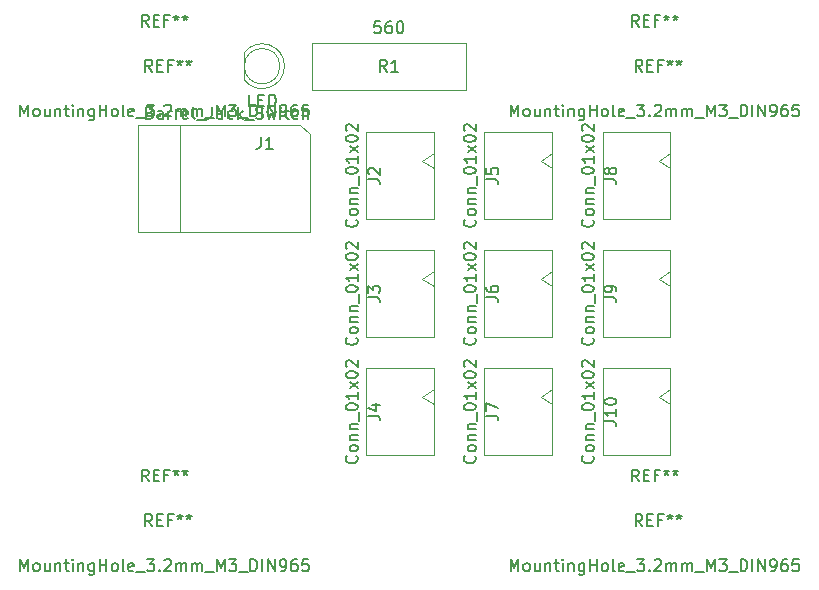
<source format=gbr>
G04 #@! TF.GenerationSoftware,KiCad,Pcbnew,5.1.10-88a1d61d58~90~ubuntu20.04.1*
G04 #@! TF.CreationDate,2022-01-16T12:05:17+00:00*
G04 #@! TF.ProjectId,12V5A_breakout,31325635-415f-4627-9265-616b6f75742e,rev?*
G04 #@! TF.SameCoordinates,Original*
G04 #@! TF.FileFunction,Other,Fab,Top*
%FSLAX46Y46*%
G04 Gerber Fmt 4.6, Leading zero omitted, Abs format (unit mm)*
G04 Created by KiCad (PCBNEW 5.1.10-88a1d61d58~90~ubuntu20.04.1) date 2022-01-16 12:05:17*
%MOMM*%
%LPD*%
G01*
G04 APERTURE LIST*
%ADD10C,0.100000*%
%ADD11C,0.150000*%
G04 APERTURE END LIST*
D10*
X111350000Y-48550000D02*
X105600000Y-48550000D01*
X105600000Y-48550000D02*
X105600000Y-55950000D01*
X105600000Y-55950000D02*
X111350000Y-55950000D01*
X111350000Y-55950000D02*
X111350000Y-48550000D01*
X111350000Y-50375000D02*
X110350000Y-51000000D01*
X110350000Y-51000000D02*
X111350000Y-51625000D01*
X104000000Y-45000000D02*
X104000000Y-41000000D01*
X104000000Y-41000000D02*
X91000000Y-41000000D01*
X91000000Y-41000000D02*
X91000000Y-45000000D01*
X91000000Y-45000000D02*
X104000000Y-45000000D01*
X88270000Y-43000000D02*
G75*
G03*
X88270000Y-43000000I-1500000J0D01*
G01*
X85270000Y-41833810D02*
X85270000Y-44166190D01*
X85269445Y-44165476D02*
G75*
G03*
X85270000Y-41833810I1500555J1165476D01*
G01*
X121350000Y-68550000D02*
X115600000Y-68550000D01*
X115600000Y-68550000D02*
X115600000Y-75950000D01*
X115600000Y-75950000D02*
X121350000Y-75950000D01*
X121350000Y-75950000D02*
X121350000Y-68550000D01*
X121350000Y-70375000D02*
X120350000Y-71000000D01*
X120350000Y-71000000D02*
X121350000Y-71625000D01*
X121350000Y-58550000D02*
X115600000Y-58550000D01*
X115600000Y-58550000D02*
X115600000Y-65950000D01*
X115600000Y-65950000D02*
X121350000Y-65950000D01*
X121350000Y-65950000D02*
X121350000Y-58550000D01*
X121350000Y-60375000D02*
X120350000Y-61000000D01*
X120350000Y-61000000D02*
X121350000Y-61625000D01*
X121350000Y-48550000D02*
X115600000Y-48550000D01*
X115600000Y-48550000D02*
X115600000Y-55950000D01*
X115600000Y-55950000D02*
X121350000Y-55950000D01*
X121350000Y-55950000D02*
X121350000Y-48550000D01*
X121350000Y-50375000D02*
X120350000Y-51000000D01*
X120350000Y-51000000D02*
X121350000Y-51625000D01*
X111350000Y-68550000D02*
X105600000Y-68550000D01*
X105600000Y-68550000D02*
X105600000Y-75950000D01*
X105600000Y-75950000D02*
X111350000Y-75950000D01*
X111350000Y-75950000D02*
X111350000Y-68550000D01*
X111350000Y-70375000D02*
X110350000Y-71000000D01*
X110350000Y-71000000D02*
X111350000Y-71625000D01*
X111350000Y-58550000D02*
X105600000Y-58550000D01*
X105600000Y-58550000D02*
X105600000Y-65950000D01*
X105600000Y-65950000D02*
X111350000Y-65950000D01*
X111350000Y-65950000D02*
X111350000Y-58550000D01*
X111350000Y-60375000D02*
X110350000Y-61000000D01*
X110350000Y-61000000D02*
X111350000Y-61625000D01*
X101350000Y-68550000D02*
X95600000Y-68550000D01*
X95600000Y-68550000D02*
X95600000Y-75950000D01*
X95600000Y-75950000D02*
X101350000Y-75950000D01*
X101350000Y-75950000D02*
X101350000Y-68550000D01*
X101350000Y-70375000D02*
X100350000Y-71000000D01*
X100350000Y-71000000D02*
X101350000Y-71625000D01*
X101350000Y-58550000D02*
X95600000Y-58550000D01*
X95600000Y-58550000D02*
X95600000Y-65950000D01*
X95600000Y-65950000D02*
X101350000Y-65950000D01*
X101350000Y-65950000D02*
X101350000Y-58550000D01*
X101350000Y-60375000D02*
X100350000Y-61000000D01*
X100350000Y-61000000D02*
X101350000Y-61625000D01*
X101350000Y-48550000D02*
X95600000Y-48550000D01*
X95600000Y-48550000D02*
X95600000Y-55950000D01*
X95600000Y-55950000D02*
X101350000Y-55950000D01*
X101350000Y-55950000D02*
X101350000Y-48550000D01*
X101350000Y-50375000D02*
X100350000Y-51000000D01*
X100350000Y-51000000D02*
X101350000Y-51625000D01*
X89996787Y-47994575D02*
X90800000Y-48750000D01*
X79800000Y-48000000D02*
X79800000Y-57000000D01*
X76300000Y-48000000D02*
X76300000Y-57000000D01*
X76300000Y-57000000D02*
X90800000Y-57000000D01*
X90800000Y-57000000D02*
X90800000Y-48750000D01*
X90000000Y-48000000D02*
X76300000Y-48000000D01*
D11*
X104757142Y-55988095D02*
X104804761Y-56035714D01*
X104852380Y-56178571D01*
X104852380Y-56273809D01*
X104804761Y-56416666D01*
X104709523Y-56511904D01*
X104614285Y-56559523D01*
X104423809Y-56607142D01*
X104280952Y-56607142D01*
X104090476Y-56559523D01*
X103995238Y-56511904D01*
X103900000Y-56416666D01*
X103852380Y-56273809D01*
X103852380Y-56178571D01*
X103900000Y-56035714D01*
X103947619Y-55988095D01*
X104852380Y-55416666D02*
X104804761Y-55511904D01*
X104757142Y-55559523D01*
X104661904Y-55607142D01*
X104376190Y-55607142D01*
X104280952Y-55559523D01*
X104233333Y-55511904D01*
X104185714Y-55416666D01*
X104185714Y-55273809D01*
X104233333Y-55178571D01*
X104280952Y-55130952D01*
X104376190Y-55083333D01*
X104661904Y-55083333D01*
X104757142Y-55130952D01*
X104804761Y-55178571D01*
X104852380Y-55273809D01*
X104852380Y-55416666D01*
X104185714Y-54654761D02*
X104852380Y-54654761D01*
X104280952Y-54654761D02*
X104233333Y-54607142D01*
X104185714Y-54511904D01*
X104185714Y-54369047D01*
X104233333Y-54273809D01*
X104328571Y-54226190D01*
X104852380Y-54226190D01*
X104185714Y-53750000D02*
X104852380Y-53750000D01*
X104280952Y-53750000D02*
X104233333Y-53702380D01*
X104185714Y-53607142D01*
X104185714Y-53464285D01*
X104233333Y-53369047D01*
X104328571Y-53321428D01*
X104852380Y-53321428D01*
X104947619Y-53083333D02*
X104947619Y-52321428D01*
X103852380Y-51892857D02*
X103852380Y-51797619D01*
X103900000Y-51702380D01*
X103947619Y-51654761D01*
X104042857Y-51607142D01*
X104233333Y-51559523D01*
X104471428Y-51559523D01*
X104661904Y-51607142D01*
X104757142Y-51654761D01*
X104804761Y-51702380D01*
X104852380Y-51797619D01*
X104852380Y-51892857D01*
X104804761Y-51988095D01*
X104757142Y-52035714D01*
X104661904Y-52083333D01*
X104471428Y-52130952D01*
X104233333Y-52130952D01*
X104042857Y-52083333D01*
X103947619Y-52035714D01*
X103900000Y-51988095D01*
X103852380Y-51892857D01*
X104852380Y-50607142D02*
X104852380Y-51178571D01*
X104852380Y-50892857D02*
X103852380Y-50892857D01*
X103995238Y-50988095D01*
X104090476Y-51083333D01*
X104138095Y-51178571D01*
X104852380Y-50273809D02*
X104185714Y-49750000D01*
X104185714Y-50273809D02*
X104852380Y-49750000D01*
X103852380Y-49178571D02*
X103852380Y-49083333D01*
X103900000Y-48988095D01*
X103947619Y-48940476D01*
X104042857Y-48892857D01*
X104233333Y-48845238D01*
X104471428Y-48845238D01*
X104661904Y-48892857D01*
X104757142Y-48940476D01*
X104804761Y-48988095D01*
X104852380Y-49083333D01*
X104852380Y-49178571D01*
X104804761Y-49273809D01*
X104757142Y-49321428D01*
X104661904Y-49369047D01*
X104471428Y-49416666D01*
X104233333Y-49416666D01*
X104042857Y-49369047D01*
X103947619Y-49321428D01*
X103900000Y-49273809D01*
X103852380Y-49178571D01*
X103947619Y-48464285D02*
X103900000Y-48416666D01*
X103852380Y-48321428D01*
X103852380Y-48083333D01*
X103900000Y-47988095D01*
X103947619Y-47940476D01*
X104042857Y-47892857D01*
X104138095Y-47892857D01*
X104280952Y-47940476D01*
X104852380Y-48511904D01*
X104852380Y-47892857D01*
X105752380Y-52583333D02*
X106466666Y-52583333D01*
X106609523Y-52630952D01*
X106704761Y-52726190D01*
X106752380Y-52869047D01*
X106752380Y-52964285D01*
X105752380Y-51630952D02*
X105752380Y-52107142D01*
X106228571Y-52154761D01*
X106180952Y-52107142D01*
X106133333Y-52011904D01*
X106133333Y-51773809D01*
X106180952Y-51678571D01*
X106228571Y-51630952D01*
X106323809Y-51583333D01*
X106561904Y-51583333D01*
X106657142Y-51630952D01*
X106704761Y-51678571D01*
X106752380Y-51773809D01*
X106752380Y-52011904D01*
X106704761Y-52107142D01*
X106657142Y-52154761D01*
X118666666Y-78152380D02*
X118333333Y-77676190D01*
X118095238Y-78152380D02*
X118095238Y-77152380D01*
X118476190Y-77152380D01*
X118571428Y-77200000D01*
X118619047Y-77247619D01*
X118666666Y-77342857D01*
X118666666Y-77485714D01*
X118619047Y-77580952D01*
X118571428Y-77628571D01*
X118476190Y-77676190D01*
X118095238Y-77676190D01*
X119095238Y-77628571D02*
X119428571Y-77628571D01*
X119571428Y-78152380D02*
X119095238Y-78152380D01*
X119095238Y-77152380D01*
X119571428Y-77152380D01*
X120333333Y-77628571D02*
X120000000Y-77628571D01*
X120000000Y-78152380D02*
X120000000Y-77152380D01*
X120476190Y-77152380D01*
X121000000Y-77152380D02*
X121000000Y-77390476D01*
X120761904Y-77295238D02*
X121000000Y-77390476D01*
X121238095Y-77295238D01*
X120857142Y-77580952D02*
X121000000Y-77390476D01*
X121142857Y-77580952D01*
X121761904Y-77152380D02*
X121761904Y-77390476D01*
X121523809Y-77295238D02*
X121761904Y-77390476D01*
X122000000Y-77295238D01*
X121619047Y-77580952D02*
X121761904Y-77390476D01*
X121904761Y-77580952D01*
X107809523Y-85752380D02*
X107809523Y-84752380D01*
X108142857Y-85466666D01*
X108476190Y-84752380D01*
X108476190Y-85752380D01*
X109095238Y-85752380D02*
X109000000Y-85704761D01*
X108952380Y-85657142D01*
X108904761Y-85561904D01*
X108904761Y-85276190D01*
X108952380Y-85180952D01*
X109000000Y-85133333D01*
X109095238Y-85085714D01*
X109238095Y-85085714D01*
X109333333Y-85133333D01*
X109380952Y-85180952D01*
X109428571Y-85276190D01*
X109428571Y-85561904D01*
X109380952Y-85657142D01*
X109333333Y-85704761D01*
X109238095Y-85752380D01*
X109095238Y-85752380D01*
X110285714Y-85085714D02*
X110285714Y-85752380D01*
X109857142Y-85085714D02*
X109857142Y-85609523D01*
X109904761Y-85704761D01*
X110000000Y-85752380D01*
X110142857Y-85752380D01*
X110238095Y-85704761D01*
X110285714Y-85657142D01*
X110761904Y-85085714D02*
X110761904Y-85752380D01*
X110761904Y-85180952D02*
X110809523Y-85133333D01*
X110904761Y-85085714D01*
X111047619Y-85085714D01*
X111142857Y-85133333D01*
X111190476Y-85228571D01*
X111190476Y-85752380D01*
X111523809Y-85085714D02*
X111904761Y-85085714D01*
X111666666Y-84752380D02*
X111666666Y-85609523D01*
X111714285Y-85704761D01*
X111809523Y-85752380D01*
X111904761Y-85752380D01*
X112238095Y-85752380D02*
X112238095Y-85085714D01*
X112238095Y-84752380D02*
X112190476Y-84800000D01*
X112238095Y-84847619D01*
X112285714Y-84800000D01*
X112238095Y-84752380D01*
X112238095Y-84847619D01*
X112714285Y-85085714D02*
X112714285Y-85752380D01*
X112714285Y-85180952D02*
X112761904Y-85133333D01*
X112857142Y-85085714D01*
X113000000Y-85085714D01*
X113095238Y-85133333D01*
X113142857Y-85228571D01*
X113142857Y-85752380D01*
X114047619Y-85085714D02*
X114047619Y-85895238D01*
X114000000Y-85990476D01*
X113952380Y-86038095D01*
X113857142Y-86085714D01*
X113714285Y-86085714D01*
X113619047Y-86038095D01*
X114047619Y-85704761D02*
X113952380Y-85752380D01*
X113761904Y-85752380D01*
X113666666Y-85704761D01*
X113619047Y-85657142D01*
X113571428Y-85561904D01*
X113571428Y-85276190D01*
X113619047Y-85180952D01*
X113666666Y-85133333D01*
X113761904Y-85085714D01*
X113952380Y-85085714D01*
X114047619Y-85133333D01*
X114523809Y-85752380D02*
X114523809Y-84752380D01*
X114523809Y-85228571D02*
X115095238Y-85228571D01*
X115095238Y-85752380D02*
X115095238Y-84752380D01*
X115714285Y-85752380D02*
X115619047Y-85704761D01*
X115571428Y-85657142D01*
X115523809Y-85561904D01*
X115523809Y-85276190D01*
X115571428Y-85180952D01*
X115619047Y-85133333D01*
X115714285Y-85085714D01*
X115857142Y-85085714D01*
X115952380Y-85133333D01*
X116000000Y-85180952D01*
X116047619Y-85276190D01*
X116047619Y-85561904D01*
X116000000Y-85657142D01*
X115952380Y-85704761D01*
X115857142Y-85752380D01*
X115714285Y-85752380D01*
X116619047Y-85752380D02*
X116523809Y-85704761D01*
X116476190Y-85609523D01*
X116476190Y-84752380D01*
X117380952Y-85704761D02*
X117285714Y-85752380D01*
X117095238Y-85752380D01*
X117000000Y-85704761D01*
X116952380Y-85609523D01*
X116952380Y-85228571D01*
X117000000Y-85133333D01*
X117095238Y-85085714D01*
X117285714Y-85085714D01*
X117380952Y-85133333D01*
X117428571Y-85228571D01*
X117428571Y-85323809D01*
X116952380Y-85419047D01*
X117619047Y-85847619D02*
X118380952Y-85847619D01*
X118523809Y-84752380D02*
X119142857Y-84752380D01*
X118809523Y-85133333D01*
X118952380Y-85133333D01*
X119047619Y-85180952D01*
X119095238Y-85228571D01*
X119142857Y-85323809D01*
X119142857Y-85561904D01*
X119095238Y-85657142D01*
X119047619Y-85704761D01*
X118952380Y-85752380D01*
X118666666Y-85752380D01*
X118571428Y-85704761D01*
X118523809Y-85657142D01*
X119571428Y-85657142D02*
X119619047Y-85704761D01*
X119571428Y-85752380D01*
X119523809Y-85704761D01*
X119571428Y-85657142D01*
X119571428Y-85752380D01*
X119999999Y-84847619D02*
X120047619Y-84800000D01*
X120142857Y-84752380D01*
X120380952Y-84752380D01*
X120476190Y-84800000D01*
X120523809Y-84847619D01*
X120571428Y-84942857D01*
X120571428Y-85038095D01*
X120523809Y-85180952D01*
X119952380Y-85752380D01*
X120571428Y-85752380D01*
X120999999Y-85752380D02*
X120999999Y-85085714D01*
X120999999Y-85180952D02*
X121047619Y-85133333D01*
X121142857Y-85085714D01*
X121285714Y-85085714D01*
X121380952Y-85133333D01*
X121428571Y-85228571D01*
X121428571Y-85752380D01*
X121428571Y-85228571D02*
X121476190Y-85133333D01*
X121571428Y-85085714D01*
X121714285Y-85085714D01*
X121809523Y-85133333D01*
X121857142Y-85228571D01*
X121857142Y-85752380D01*
X122333333Y-85752380D02*
X122333333Y-85085714D01*
X122333333Y-85180952D02*
X122380952Y-85133333D01*
X122476190Y-85085714D01*
X122619047Y-85085714D01*
X122714285Y-85133333D01*
X122761904Y-85228571D01*
X122761904Y-85752380D01*
X122761904Y-85228571D02*
X122809523Y-85133333D01*
X122904761Y-85085714D01*
X123047619Y-85085714D01*
X123142857Y-85133333D01*
X123190476Y-85228571D01*
X123190476Y-85752380D01*
X123428571Y-85847619D02*
X124190476Y-85847619D01*
X124428571Y-85752380D02*
X124428571Y-84752380D01*
X124761904Y-85466666D01*
X125095238Y-84752380D01*
X125095238Y-85752380D01*
X125476190Y-84752380D02*
X126095238Y-84752380D01*
X125761904Y-85133333D01*
X125904761Y-85133333D01*
X126000000Y-85180952D01*
X126047619Y-85228571D01*
X126095238Y-85323809D01*
X126095238Y-85561904D01*
X126047619Y-85657142D01*
X126000000Y-85704761D01*
X125904761Y-85752380D01*
X125619047Y-85752380D01*
X125523809Y-85704761D01*
X125476190Y-85657142D01*
X126285714Y-85847619D02*
X127047619Y-85847619D01*
X127285714Y-85752380D02*
X127285714Y-84752380D01*
X127523809Y-84752380D01*
X127666666Y-84800000D01*
X127761904Y-84895238D01*
X127809523Y-84990476D01*
X127857142Y-85180952D01*
X127857142Y-85323809D01*
X127809523Y-85514285D01*
X127761904Y-85609523D01*
X127666666Y-85704761D01*
X127523809Y-85752380D01*
X127285714Y-85752380D01*
X128285714Y-85752380D02*
X128285714Y-84752380D01*
X128761904Y-85752380D02*
X128761904Y-84752380D01*
X129333333Y-85752380D01*
X129333333Y-84752380D01*
X129857142Y-85752380D02*
X130047619Y-85752380D01*
X130142857Y-85704761D01*
X130190476Y-85657142D01*
X130285714Y-85514285D01*
X130333333Y-85323809D01*
X130333333Y-84942857D01*
X130285714Y-84847619D01*
X130238095Y-84800000D01*
X130142857Y-84752380D01*
X129952380Y-84752380D01*
X129857142Y-84800000D01*
X129809523Y-84847619D01*
X129761904Y-84942857D01*
X129761904Y-85180952D01*
X129809523Y-85276190D01*
X129857142Y-85323809D01*
X129952380Y-85371428D01*
X130142857Y-85371428D01*
X130238095Y-85323809D01*
X130285714Y-85276190D01*
X130333333Y-85180952D01*
X131190476Y-84752380D02*
X131000000Y-84752380D01*
X130904761Y-84800000D01*
X130857142Y-84847619D01*
X130761904Y-84990476D01*
X130714285Y-85180952D01*
X130714285Y-85561904D01*
X130761904Y-85657142D01*
X130809523Y-85704761D01*
X130904761Y-85752380D01*
X131095238Y-85752380D01*
X131190476Y-85704761D01*
X131238095Y-85657142D01*
X131285714Y-85561904D01*
X131285714Y-85323809D01*
X131238095Y-85228571D01*
X131190476Y-85180952D01*
X131095238Y-85133333D01*
X130904761Y-85133333D01*
X130809523Y-85180952D01*
X130761904Y-85228571D01*
X130714285Y-85323809D01*
X132190476Y-84752380D02*
X131714285Y-84752380D01*
X131666666Y-85228571D01*
X131714285Y-85180952D01*
X131809523Y-85133333D01*
X132047619Y-85133333D01*
X132142857Y-85180952D01*
X132190476Y-85228571D01*
X132238095Y-85323809D01*
X132238095Y-85561904D01*
X132190476Y-85657142D01*
X132142857Y-85704761D01*
X132047619Y-85752380D01*
X131809523Y-85752380D01*
X131714285Y-85704761D01*
X131666666Y-85657142D01*
X118966666Y-81952380D02*
X118633333Y-81476190D01*
X118395238Y-81952380D02*
X118395238Y-80952380D01*
X118776190Y-80952380D01*
X118871428Y-81000000D01*
X118919047Y-81047619D01*
X118966666Y-81142857D01*
X118966666Y-81285714D01*
X118919047Y-81380952D01*
X118871428Y-81428571D01*
X118776190Y-81476190D01*
X118395238Y-81476190D01*
X119395238Y-81428571D02*
X119728571Y-81428571D01*
X119871428Y-81952380D02*
X119395238Y-81952380D01*
X119395238Y-80952380D01*
X119871428Y-80952380D01*
X120633333Y-81428571D02*
X120300000Y-81428571D01*
X120300000Y-81952380D02*
X120300000Y-80952380D01*
X120776190Y-80952380D01*
X121300000Y-80952380D02*
X121300000Y-81190476D01*
X121061904Y-81095238D02*
X121300000Y-81190476D01*
X121538095Y-81095238D01*
X121157142Y-81380952D02*
X121300000Y-81190476D01*
X121442857Y-81380952D01*
X122061904Y-80952380D02*
X122061904Y-81190476D01*
X121823809Y-81095238D02*
X122061904Y-81190476D01*
X122300000Y-81095238D01*
X121919047Y-81380952D02*
X122061904Y-81190476D01*
X122204761Y-81380952D01*
X77166666Y-78152380D02*
X76833333Y-77676190D01*
X76595238Y-78152380D02*
X76595238Y-77152380D01*
X76976190Y-77152380D01*
X77071428Y-77200000D01*
X77119047Y-77247619D01*
X77166666Y-77342857D01*
X77166666Y-77485714D01*
X77119047Y-77580952D01*
X77071428Y-77628571D01*
X76976190Y-77676190D01*
X76595238Y-77676190D01*
X77595238Y-77628571D02*
X77928571Y-77628571D01*
X78071428Y-78152380D02*
X77595238Y-78152380D01*
X77595238Y-77152380D01*
X78071428Y-77152380D01*
X78833333Y-77628571D02*
X78500000Y-77628571D01*
X78500000Y-78152380D02*
X78500000Y-77152380D01*
X78976190Y-77152380D01*
X79500000Y-77152380D02*
X79500000Y-77390476D01*
X79261904Y-77295238D02*
X79500000Y-77390476D01*
X79738095Y-77295238D01*
X79357142Y-77580952D02*
X79500000Y-77390476D01*
X79642857Y-77580952D01*
X80261904Y-77152380D02*
X80261904Y-77390476D01*
X80023809Y-77295238D02*
X80261904Y-77390476D01*
X80500000Y-77295238D01*
X80119047Y-77580952D02*
X80261904Y-77390476D01*
X80404761Y-77580952D01*
X66309523Y-85752380D02*
X66309523Y-84752380D01*
X66642857Y-85466666D01*
X66976190Y-84752380D01*
X66976190Y-85752380D01*
X67595238Y-85752380D02*
X67500000Y-85704761D01*
X67452380Y-85657142D01*
X67404761Y-85561904D01*
X67404761Y-85276190D01*
X67452380Y-85180952D01*
X67500000Y-85133333D01*
X67595238Y-85085714D01*
X67738095Y-85085714D01*
X67833333Y-85133333D01*
X67880952Y-85180952D01*
X67928571Y-85276190D01*
X67928571Y-85561904D01*
X67880952Y-85657142D01*
X67833333Y-85704761D01*
X67738095Y-85752380D01*
X67595238Y-85752380D01*
X68785714Y-85085714D02*
X68785714Y-85752380D01*
X68357142Y-85085714D02*
X68357142Y-85609523D01*
X68404761Y-85704761D01*
X68500000Y-85752380D01*
X68642857Y-85752380D01*
X68738095Y-85704761D01*
X68785714Y-85657142D01*
X69261904Y-85085714D02*
X69261904Y-85752380D01*
X69261904Y-85180952D02*
X69309523Y-85133333D01*
X69404761Y-85085714D01*
X69547619Y-85085714D01*
X69642857Y-85133333D01*
X69690476Y-85228571D01*
X69690476Y-85752380D01*
X70023809Y-85085714D02*
X70404761Y-85085714D01*
X70166666Y-84752380D02*
X70166666Y-85609523D01*
X70214285Y-85704761D01*
X70309523Y-85752380D01*
X70404761Y-85752380D01*
X70738095Y-85752380D02*
X70738095Y-85085714D01*
X70738095Y-84752380D02*
X70690476Y-84800000D01*
X70738095Y-84847619D01*
X70785714Y-84800000D01*
X70738095Y-84752380D01*
X70738095Y-84847619D01*
X71214285Y-85085714D02*
X71214285Y-85752380D01*
X71214285Y-85180952D02*
X71261904Y-85133333D01*
X71357142Y-85085714D01*
X71500000Y-85085714D01*
X71595238Y-85133333D01*
X71642857Y-85228571D01*
X71642857Y-85752380D01*
X72547619Y-85085714D02*
X72547619Y-85895238D01*
X72500000Y-85990476D01*
X72452380Y-86038095D01*
X72357142Y-86085714D01*
X72214285Y-86085714D01*
X72119047Y-86038095D01*
X72547619Y-85704761D02*
X72452380Y-85752380D01*
X72261904Y-85752380D01*
X72166666Y-85704761D01*
X72119047Y-85657142D01*
X72071428Y-85561904D01*
X72071428Y-85276190D01*
X72119047Y-85180952D01*
X72166666Y-85133333D01*
X72261904Y-85085714D01*
X72452380Y-85085714D01*
X72547619Y-85133333D01*
X73023809Y-85752380D02*
X73023809Y-84752380D01*
X73023809Y-85228571D02*
X73595238Y-85228571D01*
X73595238Y-85752380D02*
X73595238Y-84752380D01*
X74214285Y-85752380D02*
X74119047Y-85704761D01*
X74071428Y-85657142D01*
X74023809Y-85561904D01*
X74023809Y-85276190D01*
X74071428Y-85180952D01*
X74119047Y-85133333D01*
X74214285Y-85085714D01*
X74357142Y-85085714D01*
X74452380Y-85133333D01*
X74500000Y-85180952D01*
X74547619Y-85276190D01*
X74547619Y-85561904D01*
X74500000Y-85657142D01*
X74452380Y-85704761D01*
X74357142Y-85752380D01*
X74214285Y-85752380D01*
X75119047Y-85752380D02*
X75023809Y-85704761D01*
X74976190Y-85609523D01*
X74976190Y-84752380D01*
X75880952Y-85704761D02*
X75785714Y-85752380D01*
X75595238Y-85752380D01*
X75500000Y-85704761D01*
X75452380Y-85609523D01*
X75452380Y-85228571D01*
X75500000Y-85133333D01*
X75595238Y-85085714D01*
X75785714Y-85085714D01*
X75880952Y-85133333D01*
X75928571Y-85228571D01*
X75928571Y-85323809D01*
X75452380Y-85419047D01*
X76119047Y-85847619D02*
X76880952Y-85847619D01*
X77023809Y-84752380D02*
X77642857Y-84752380D01*
X77309523Y-85133333D01*
X77452380Y-85133333D01*
X77547619Y-85180952D01*
X77595238Y-85228571D01*
X77642857Y-85323809D01*
X77642857Y-85561904D01*
X77595238Y-85657142D01*
X77547619Y-85704761D01*
X77452380Y-85752380D01*
X77166666Y-85752380D01*
X77071428Y-85704761D01*
X77023809Y-85657142D01*
X78071428Y-85657142D02*
X78119047Y-85704761D01*
X78071428Y-85752380D01*
X78023809Y-85704761D01*
X78071428Y-85657142D01*
X78071428Y-85752380D01*
X78499999Y-84847619D02*
X78547619Y-84800000D01*
X78642857Y-84752380D01*
X78880952Y-84752380D01*
X78976190Y-84800000D01*
X79023809Y-84847619D01*
X79071428Y-84942857D01*
X79071428Y-85038095D01*
X79023809Y-85180952D01*
X78452380Y-85752380D01*
X79071428Y-85752380D01*
X79499999Y-85752380D02*
X79499999Y-85085714D01*
X79499999Y-85180952D02*
X79547619Y-85133333D01*
X79642857Y-85085714D01*
X79785714Y-85085714D01*
X79880952Y-85133333D01*
X79928571Y-85228571D01*
X79928571Y-85752380D01*
X79928571Y-85228571D02*
X79976190Y-85133333D01*
X80071428Y-85085714D01*
X80214285Y-85085714D01*
X80309523Y-85133333D01*
X80357142Y-85228571D01*
X80357142Y-85752380D01*
X80833333Y-85752380D02*
X80833333Y-85085714D01*
X80833333Y-85180952D02*
X80880952Y-85133333D01*
X80976190Y-85085714D01*
X81119047Y-85085714D01*
X81214285Y-85133333D01*
X81261904Y-85228571D01*
X81261904Y-85752380D01*
X81261904Y-85228571D02*
X81309523Y-85133333D01*
X81404761Y-85085714D01*
X81547619Y-85085714D01*
X81642857Y-85133333D01*
X81690476Y-85228571D01*
X81690476Y-85752380D01*
X81928571Y-85847619D02*
X82690476Y-85847619D01*
X82928571Y-85752380D02*
X82928571Y-84752380D01*
X83261904Y-85466666D01*
X83595238Y-84752380D01*
X83595238Y-85752380D01*
X83976190Y-84752380D02*
X84595238Y-84752380D01*
X84261904Y-85133333D01*
X84404761Y-85133333D01*
X84500000Y-85180952D01*
X84547619Y-85228571D01*
X84595238Y-85323809D01*
X84595238Y-85561904D01*
X84547619Y-85657142D01*
X84500000Y-85704761D01*
X84404761Y-85752380D01*
X84119047Y-85752380D01*
X84023809Y-85704761D01*
X83976190Y-85657142D01*
X84785714Y-85847619D02*
X85547619Y-85847619D01*
X85785714Y-85752380D02*
X85785714Y-84752380D01*
X86023809Y-84752380D01*
X86166666Y-84800000D01*
X86261904Y-84895238D01*
X86309523Y-84990476D01*
X86357142Y-85180952D01*
X86357142Y-85323809D01*
X86309523Y-85514285D01*
X86261904Y-85609523D01*
X86166666Y-85704761D01*
X86023809Y-85752380D01*
X85785714Y-85752380D01*
X86785714Y-85752380D02*
X86785714Y-84752380D01*
X87261904Y-85752380D02*
X87261904Y-84752380D01*
X87833333Y-85752380D01*
X87833333Y-84752380D01*
X88357142Y-85752380D02*
X88547619Y-85752380D01*
X88642857Y-85704761D01*
X88690476Y-85657142D01*
X88785714Y-85514285D01*
X88833333Y-85323809D01*
X88833333Y-84942857D01*
X88785714Y-84847619D01*
X88738095Y-84800000D01*
X88642857Y-84752380D01*
X88452380Y-84752380D01*
X88357142Y-84800000D01*
X88309523Y-84847619D01*
X88261904Y-84942857D01*
X88261904Y-85180952D01*
X88309523Y-85276190D01*
X88357142Y-85323809D01*
X88452380Y-85371428D01*
X88642857Y-85371428D01*
X88738095Y-85323809D01*
X88785714Y-85276190D01*
X88833333Y-85180952D01*
X89690476Y-84752380D02*
X89500000Y-84752380D01*
X89404761Y-84800000D01*
X89357142Y-84847619D01*
X89261904Y-84990476D01*
X89214285Y-85180952D01*
X89214285Y-85561904D01*
X89261904Y-85657142D01*
X89309523Y-85704761D01*
X89404761Y-85752380D01*
X89595238Y-85752380D01*
X89690476Y-85704761D01*
X89738095Y-85657142D01*
X89785714Y-85561904D01*
X89785714Y-85323809D01*
X89738095Y-85228571D01*
X89690476Y-85180952D01*
X89595238Y-85133333D01*
X89404761Y-85133333D01*
X89309523Y-85180952D01*
X89261904Y-85228571D01*
X89214285Y-85323809D01*
X90690476Y-84752380D02*
X90214285Y-84752380D01*
X90166666Y-85228571D01*
X90214285Y-85180952D01*
X90309523Y-85133333D01*
X90547619Y-85133333D01*
X90642857Y-85180952D01*
X90690476Y-85228571D01*
X90738095Y-85323809D01*
X90738095Y-85561904D01*
X90690476Y-85657142D01*
X90642857Y-85704761D01*
X90547619Y-85752380D01*
X90309523Y-85752380D01*
X90214285Y-85704761D01*
X90166666Y-85657142D01*
X77466666Y-81952380D02*
X77133333Y-81476190D01*
X76895238Y-81952380D02*
X76895238Y-80952380D01*
X77276190Y-80952380D01*
X77371428Y-81000000D01*
X77419047Y-81047619D01*
X77466666Y-81142857D01*
X77466666Y-81285714D01*
X77419047Y-81380952D01*
X77371428Y-81428571D01*
X77276190Y-81476190D01*
X76895238Y-81476190D01*
X77895238Y-81428571D02*
X78228571Y-81428571D01*
X78371428Y-81952380D02*
X77895238Y-81952380D01*
X77895238Y-80952380D01*
X78371428Y-80952380D01*
X79133333Y-81428571D02*
X78800000Y-81428571D01*
X78800000Y-81952380D02*
X78800000Y-80952380D01*
X79276190Y-80952380D01*
X79800000Y-80952380D02*
X79800000Y-81190476D01*
X79561904Y-81095238D02*
X79800000Y-81190476D01*
X80038095Y-81095238D01*
X79657142Y-81380952D02*
X79800000Y-81190476D01*
X79942857Y-81380952D01*
X80561904Y-80952380D02*
X80561904Y-81190476D01*
X80323809Y-81095238D02*
X80561904Y-81190476D01*
X80800000Y-81095238D01*
X80419047Y-81380952D02*
X80561904Y-81190476D01*
X80704761Y-81380952D01*
X77166666Y-39652380D02*
X76833333Y-39176190D01*
X76595238Y-39652380D02*
X76595238Y-38652380D01*
X76976190Y-38652380D01*
X77071428Y-38700000D01*
X77119047Y-38747619D01*
X77166666Y-38842857D01*
X77166666Y-38985714D01*
X77119047Y-39080952D01*
X77071428Y-39128571D01*
X76976190Y-39176190D01*
X76595238Y-39176190D01*
X77595238Y-39128571D02*
X77928571Y-39128571D01*
X78071428Y-39652380D02*
X77595238Y-39652380D01*
X77595238Y-38652380D01*
X78071428Y-38652380D01*
X78833333Y-39128571D02*
X78500000Y-39128571D01*
X78500000Y-39652380D02*
X78500000Y-38652380D01*
X78976190Y-38652380D01*
X79500000Y-38652380D02*
X79500000Y-38890476D01*
X79261904Y-38795238D02*
X79500000Y-38890476D01*
X79738095Y-38795238D01*
X79357142Y-39080952D02*
X79500000Y-38890476D01*
X79642857Y-39080952D01*
X80261904Y-38652380D02*
X80261904Y-38890476D01*
X80023809Y-38795238D02*
X80261904Y-38890476D01*
X80500000Y-38795238D01*
X80119047Y-39080952D02*
X80261904Y-38890476D01*
X80404761Y-39080952D01*
X66309523Y-47252380D02*
X66309523Y-46252380D01*
X66642857Y-46966666D01*
X66976190Y-46252380D01*
X66976190Y-47252380D01*
X67595238Y-47252380D02*
X67500000Y-47204761D01*
X67452380Y-47157142D01*
X67404761Y-47061904D01*
X67404761Y-46776190D01*
X67452380Y-46680952D01*
X67500000Y-46633333D01*
X67595238Y-46585714D01*
X67738095Y-46585714D01*
X67833333Y-46633333D01*
X67880952Y-46680952D01*
X67928571Y-46776190D01*
X67928571Y-47061904D01*
X67880952Y-47157142D01*
X67833333Y-47204761D01*
X67738095Y-47252380D01*
X67595238Y-47252380D01*
X68785714Y-46585714D02*
X68785714Y-47252380D01*
X68357142Y-46585714D02*
X68357142Y-47109523D01*
X68404761Y-47204761D01*
X68500000Y-47252380D01*
X68642857Y-47252380D01*
X68738095Y-47204761D01*
X68785714Y-47157142D01*
X69261904Y-46585714D02*
X69261904Y-47252380D01*
X69261904Y-46680952D02*
X69309523Y-46633333D01*
X69404761Y-46585714D01*
X69547619Y-46585714D01*
X69642857Y-46633333D01*
X69690476Y-46728571D01*
X69690476Y-47252380D01*
X70023809Y-46585714D02*
X70404761Y-46585714D01*
X70166666Y-46252380D02*
X70166666Y-47109523D01*
X70214285Y-47204761D01*
X70309523Y-47252380D01*
X70404761Y-47252380D01*
X70738095Y-47252380D02*
X70738095Y-46585714D01*
X70738095Y-46252380D02*
X70690476Y-46300000D01*
X70738095Y-46347619D01*
X70785714Y-46300000D01*
X70738095Y-46252380D01*
X70738095Y-46347619D01*
X71214285Y-46585714D02*
X71214285Y-47252380D01*
X71214285Y-46680952D02*
X71261904Y-46633333D01*
X71357142Y-46585714D01*
X71500000Y-46585714D01*
X71595238Y-46633333D01*
X71642857Y-46728571D01*
X71642857Y-47252380D01*
X72547619Y-46585714D02*
X72547619Y-47395238D01*
X72500000Y-47490476D01*
X72452380Y-47538095D01*
X72357142Y-47585714D01*
X72214285Y-47585714D01*
X72119047Y-47538095D01*
X72547619Y-47204761D02*
X72452380Y-47252380D01*
X72261904Y-47252380D01*
X72166666Y-47204761D01*
X72119047Y-47157142D01*
X72071428Y-47061904D01*
X72071428Y-46776190D01*
X72119047Y-46680952D01*
X72166666Y-46633333D01*
X72261904Y-46585714D01*
X72452380Y-46585714D01*
X72547619Y-46633333D01*
X73023809Y-47252380D02*
X73023809Y-46252380D01*
X73023809Y-46728571D02*
X73595238Y-46728571D01*
X73595238Y-47252380D02*
X73595238Y-46252380D01*
X74214285Y-47252380D02*
X74119047Y-47204761D01*
X74071428Y-47157142D01*
X74023809Y-47061904D01*
X74023809Y-46776190D01*
X74071428Y-46680952D01*
X74119047Y-46633333D01*
X74214285Y-46585714D01*
X74357142Y-46585714D01*
X74452380Y-46633333D01*
X74500000Y-46680952D01*
X74547619Y-46776190D01*
X74547619Y-47061904D01*
X74500000Y-47157142D01*
X74452380Y-47204761D01*
X74357142Y-47252380D01*
X74214285Y-47252380D01*
X75119047Y-47252380D02*
X75023809Y-47204761D01*
X74976190Y-47109523D01*
X74976190Y-46252380D01*
X75880952Y-47204761D02*
X75785714Y-47252380D01*
X75595238Y-47252380D01*
X75500000Y-47204761D01*
X75452380Y-47109523D01*
X75452380Y-46728571D01*
X75500000Y-46633333D01*
X75595238Y-46585714D01*
X75785714Y-46585714D01*
X75880952Y-46633333D01*
X75928571Y-46728571D01*
X75928571Y-46823809D01*
X75452380Y-46919047D01*
X76119047Y-47347619D02*
X76880952Y-47347619D01*
X77023809Y-46252380D02*
X77642857Y-46252380D01*
X77309523Y-46633333D01*
X77452380Y-46633333D01*
X77547619Y-46680952D01*
X77595238Y-46728571D01*
X77642857Y-46823809D01*
X77642857Y-47061904D01*
X77595238Y-47157142D01*
X77547619Y-47204761D01*
X77452380Y-47252380D01*
X77166666Y-47252380D01*
X77071428Y-47204761D01*
X77023809Y-47157142D01*
X78071428Y-47157142D02*
X78119047Y-47204761D01*
X78071428Y-47252380D01*
X78023809Y-47204761D01*
X78071428Y-47157142D01*
X78071428Y-47252380D01*
X78499999Y-46347619D02*
X78547619Y-46300000D01*
X78642857Y-46252380D01*
X78880952Y-46252380D01*
X78976190Y-46300000D01*
X79023809Y-46347619D01*
X79071428Y-46442857D01*
X79071428Y-46538095D01*
X79023809Y-46680952D01*
X78452380Y-47252380D01*
X79071428Y-47252380D01*
X79499999Y-47252380D02*
X79499999Y-46585714D01*
X79499999Y-46680952D02*
X79547619Y-46633333D01*
X79642857Y-46585714D01*
X79785714Y-46585714D01*
X79880952Y-46633333D01*
X79928571Y-46728571D01*
X79928571Y-47252380D01*
X79928571Y-46728571D02*
X79976190Y-46633333D01*
X80071428Y-46585714D01*
X80214285Y-46585714D01*
X80309523Y-46633333D01*
X80357142Y-46728571D01*
X80357142Y-47252380D01*
X80833333Y-47252380D02*
X80833333Y-46585714D01*
X80833333Y-46680952D02*
X80880952Y-46633333D01*
X80976190Y-46585714D01*
X81119047Y-46585714D01*
X81214285Y-46633333D01*
X81261904Y-46728571D01*
X81261904Y-47252380D01*
X81261904Y-46728571D02*
X81309523Y-46633333D01*
X81404761Y-46585714D01*
X81547619Y-46585714D01*
X81642857Y-46633333D01*
X81690476Y-46728571D01*
X81690476Y-47252380D01*
X81928571Y-47347619D02*
X82690476Y-47347619D01*
X82928571Y-47252380D02*
X82928571Y-46252380D01*
X83261904Y-46966666D01*
X83595238Y-46252380D01*
X83595238Y-47252380D01*
X83976190Y-46252380D02*
X84595238Y-46252380D01*
X84261904Y-46633333D01*
X84404761Y-46633333D01*
X84500000Y-46680952D01*
X84547619Y-46728571D01*
X84595238Y-46823809D01*
X84595238Y-47061904D01*
X84547619Y-47157142D01*
X84500000Y-47204761D01*
X84404761Y-47252380D01*
X84119047Y-47252380D01*
X84023809Y-47204761D01*
X83976190Y-47157142D01*
X84785714Y-47347619D02*
X85547619Y-47347619D01*
X85785714Y-47252380D02*
X85785714Y-46252380D01*
X86023809Y-46252380D01*
X86166666Y-46300000D01*
X86261904Y-46395238D01*
X86309523Y-46490476D01*
X86357142Y-46680952D01*
X86357142Y-46823809D01*
X86309523Y-47014285D01*
X86261904Y-47109523D01*
X86166666Y-47204761D01*
X86023809Y-47252380D01*
X85785714Y-47252380D01*
X86785714Y-47252380D02*
X86785714Y-46252380D01*
X87261904Y-47252380D02*
X87261904Y-46252380D01*
X87833333Y-47252380D01*
X87833333Y-46252380D01*
X88357142Y-47252380D02*
X88547619Y-47252380D01*
X88642857Y-47204761D01*
X88690476Y-47157142D01*
X88785714Y-47014285D01*
X88833333Y-46823809D01*
X88833333Y-46442857D01*
X88785714Y-46347619D01*
X88738095Y-46300000D01*
X88642857Y-46252380D01*
X88452380Y-46252380D01*
X88357142Y-46300000D01*
X88309523Y-46347619D01*
X88261904Y-46442857D01*
X88261904Y-46680952D01*
X88309523Y-46776190D01*
X88357142Y-46823809D01*
X88452380Y-46871428D01*
X88642857Y-46871428D01*
X88738095Y-46823809D01*
X88785714Y-46776190D01*
X88833333Y-46680952D01*
X89690476Y-46252380D02*
X89500000Y-46252380D01*
X89404761Y-46300000D01*
X89357142Y-46347619D01*
X89261904Y-46490476D01*
X89214285Y-46680952D01*
X89214285Y-47061904D01*
X89261904Y-47157142D01*
X89309523Y-47204761D01*
X89404761Y-47252380D01*
X89595238Y-47252380D01*
X89690476Y-47204761D01*
X89738095Y-47157142D01*
X89785714Y-47061904D01*
X89785714Y-46823809D01*
X89738095Y-46728571D01*
X89690476Y-46680952D01*
X89595238Y-46633333D01*
X89404761Y-46633333D01*
X89309523Y-46680952D01*
X89261904Y-46728571D01*
X89214285Y-46823809D01*
X90690476Y-46252380D02*
X90214285Y-46252380D01*
X90166666Y-46728571D01*
X90214285Y-46680952D01*
X90309523Y-46633333D01*
X90547619Y-46633333D01*
X90642857Y-46680952D01*
X90690476Y-46728571D01*
X90738095Y-46823809D01*
X90738095Y-47061904D01*
X90690476Y-47157142D01*
X90642857Y-47204761D01*
X90547619Y-47252380D01*
X90309523Y-47252380D01*
X90214285Y-47204761D01*
X90166666Y-47157142D01*
X77466666Y-43452380D02*
X77133333Y-42976190D01*
X76895238Y-43452380D02*
X76895238Y-42452380D01*
X77276190Y-42452380D01*
X77371428Y-42500000D01*
X77419047Y-42547619D01*
X77466666Y-42642857D01*
X77466666Y-42785714D01*
X77419047Y-42880952D01*
X77371428Y-42928571D01*
X77276190Y-42976190D01*
X76895238Y-42976190D01*
X77895238Y-42928571D02*
X78228571Y-42928571D01*
X78371428Y-43452380D02*
X77895238Y-43452380D01*
X77895238Y-42452380D01*
X78371428Y-42452380D01*
X79133333Y-42928571D02*
X78800000Y-42928571D01*
X78800000Y-43452380D02*
X78800000Y-42452380D01*
X79276190Y-42452380D01*
X79800000Y-42452380D02*
X79800000Y-42690476D01*
X79561904Y-42595238D02*
X79800000Y-42690476D01*
X80038095Y-42595238D01*
X79657142Y-42880952D02*
X79800000Y-42690476D01*
X79942857Y-42880952D01*
X80561904Y-42452380D02*
X80561904Y-42690476D01*
X80323809Y-42595238D02*
X80561904Y-42690476D01*
X80800000Y-42595238D01*
X80419047Y-42880952D02*
X80561904Y-42690476D01*
X80704761Y-42880952D01*
X118666666Y-39652380D02*
X118333333Y-39176190D01*
X118095238Y-39652380D02*
X118095238Y-38652380D01*
X118476190Y-38652380D01*
X118571428Y-38700000D01*
X118619047Y-38747619D01*
X118666666Y-38842857D01*
X118666666Y-38985714D01*
X118619047Y-39080952D01*
X118571428Y-39128571D01*
X118476190Y-39176190D01*
X118095238Y-39176190D01*
X119095238Y-39128571D02*
X119428571Y-39128571D01*
X119571428Y-39652380D02*
X119095238Y-39652380D01*
X119095238Y-38652380D01*
X119571428Y-38652380D01*
X120333333Y-39128571D02*
X120000000Y-39128571D01*
X120000000Y-39652380D02*
X120000000Y-38652380D01*
X120476190Y-38652380D01*
X121000000Y-38652380D02*
X121000000Y-38890476D01*
X120761904Y-38795238D02*
X121000000Y-38890476D01*
X121238095Y-38795238D01*
X120857142Y-39080952D02*
X121000000Y-38890476D01*
X121142857Y-39080952D01*
X121761904Y-38652380D02*
X121761904Y-38890476D01*
X121523809Y-38795238D02*
X121761904Y-38890476D01*
X122000000Y-38795238D01*
X121619047Y-39080952D02*
X121761904Y-38890476D01*
X121904761Y-39080952D01*
X107809523Y-47252380D02*
X107809523Y-46252380D01*
X108142857Y-46966666D01*
X108476190Y-46252380D01*
X108476190Y-47252380D01*
X109095238Y-47252380D02*
X109000000Y-47204761D01*
X108952380Y-47157142D01*
X108904761Y-47061904D01*
X108904761Y-46776190D01*
X108952380Y-46680952D01*
X109000000Y-46633333D01*
X109095238Y-46585714D01*
X109238095Y-46585714D01*
X109333333Y-46633333D01*
X109380952Y-46680952D01*
X109428571Y-46776190D01*
X109428571Y-47061904D01*
X109380952Y-47157142D01*
X109333333Y-47204761D01*
X109238095Y-47252380D01*
X109095238Y-47252380D01*
X110285714Y-46585714D02*
X110285714Y-47252380D01*
X109857142Y-46585714D02*
X109857142Y-47109523D01*
X109904761Y-47204761D01*
X110000000Y-47252380D01*
X110142857Y-47252380D01*
X110238095Y-47204761D01*
X110285714Y-47157142D01*
X110761904Y-46585714D02*
X110761904Y-47252380D01*
X110761904Y-46680952D02*
X110809523Y-46633333D01*
X110904761Y-46585714D01*
X111047619Y-46585714D01*
X111142857Y-46633333D01*
X111190476Y-46728571D01*
X111190476Y-47252380D01*
X111523809Y-46585714D02*
X111904761Y-46585714D01*
X111666666Y-46252380D02*
X111666666Y-47109523D01*
X111714285Y-47204761D01*
X111809523Y-47252380D01*
X111904761Y-47252380D01*
X112238095Y-47252380D02*
X112238095Y-46585714D01*
X112238095Y-46252380D02*
X112190476Y-46300000D01*
X112238095Y-46347619D01*
X112285714Y-46300000D01*
X112238095Y-46252380D01*
X112238095Y-46347619D01*
X112714285Y-46585714D02*
X112714285Y-47252380D01*
X112714285Y-46680952D02*
X112761904Y-46633333D01*
X112857142Y-46585714D01*
X113000000Y-46585714D01*
X113095238Y-46633333D01*
X113142857Y-46728571D01*
X113142857Y-47252380D01*
X114047619Y-46585714D02*
X114047619Y-47395238D01*
X114000000Y-47490476D01*
X113952380Y-47538095D01*
X113857142Y-47585714D01*
X113714285Y-47585714D01*
X113619047Y-47538095D01*
X114047619Y-47204761D02*
X113952380Y-47252380D01*
X113761904Y-47252380D01*
X113666666Y-47204761D01*
X113619047Y-47157142D01*
X113571428Y-47061904D01*
X113571428Y-46776190D01*
X113619047Y-46680952D01*
X113666666Y-46633333D01*
X113761904Y-46585714D01*
X113952380Y-46585714D01*
X114047619Y-46633333D01*
X114523809Y-47252380D02*
X114523809Y-46252380D01*
X114523809Y-46728571D02*
X115095238Y-46728571D01*
X115095238Y-47252380D02*
X115095238Y-46252380D01*
X115714285Y-47252380D02*
X115619047Y-47204761D01*
X115571428Y-47157142D01*
X115523809Y-47061904D01*
X115523809Y-46776190D01*
X115571428Y-46680952D01*
X115619047Y-46633333D01*
X115714285Y-46585714D01*
X115857142Y-46585714D01*
X115952380Y-46633333D01*
X116000000Y-46680952D01*
X116047619Y-46776190D01*
X116047619Y-47061904D01*
X116000000Y-47157142D01*
X115952380Y-47204761D01*
X115857142Y-47252380D01*
X115714285Y-47252380D01*
X116619047Y-47252380D02*
X116523809Y-47204761D01*
X116476190Y-47109523D01*
X116476190Y-46252380D01*
X117380952Y-47204761D02*
X117285714Y-47252380D01*
X117095238Y-47252380D01*
X117000000Y-47204761D01*
X116952380Y-47109523D01*
X116952380Y-46728571D01*
X117000000Y-46633333D01*
X117095238Y-46585714D01*
X117285714Y-46585714D01*
X117380952Y-46633333D01*
X117428571Y-46728571D01*
X117428571Y-46823809D01*
X116952380Y-46919047D01*
X117619047Y-47347619D02*
X118380952Y-47347619D01*
X118523809Y-46252380D02*
X119142857Y-46252380D01*
X118809523Y-46633333D01*
X118952380Y-46633333D01*
X119047619Y-46680952D01*
X119095238Y-46728571D01*
X119142857Y-46823809D01*
X119142857Y-47061904D01*
X119095238Y-47157142D01*
X119047619Y-47204761D01*
X118952380Y-47252380D01*
X118666666Y-47252380D01*
X118571428Y-47204761D01*
X118523809Y-47157142D01*
X119571428Y-47157142D02*
X119619047Y-47204761D01*
X119571428Y-47252380D01*
X119523809Y-47204761D01*
X119571428Y-47157142D01*
X119571428Y-47252380D01*
X119999999Y-46347619D02*
X120047619Y-46300000D01*
X120142857Y-46252380D01*
X120380952Y-46252380D01*
X120476190Y-46300000D01*
X120523809Y-46347619D01*
X120571428Y-46442857D01*
X120571428Y-46538095D01*
X120523809Y-46680952D01*
X119952380Y-47252380D01*
X120571428Y-47252380D01*
X120999999Y-47252380D02*
X120999999Y-46585714D01*
X120999999Y-46680952D02*
X121047619Y-46633333D01*
X121142857Y-46585714D01*
X121285714Y-46585714D01*
X121380952Y-46633333D01*
X121428571Y-46728571D01*
X121428571Y-47252380D01*
X121428571Y-46728571D02*
X121476190Y-46633333D01*
X121571428Y-46585714D01*
X121714285Y-46585714D01*
X121809523Y-46633333D01*
X121857142Y-46728571D01*
X121857142Y-47252380D01*
X122333333Y-47252380D02*
X122333333Y-46585714D01*
X122333333Y-46680952D02*
X122380952Y-46633333D01*
X122476190Y-46585714D01*
X122619047Y-46585714D01*
X122714285Y-46633333D01*
X122761904Y-46728571D01*
X122761904Y-47252380D01*
X122761904Y-46728571D02*
X122809523Y-46633333D01*
X122904761Y-46585714D01*
X123047619Y-46585714D01*
X123142857Y-46633333D01*
X123190476Y-46728571D01*
X123190476Y-47252380D01*
X123428571Y-47347619D02*
X124190476Y-47347619D01*
X124428571Y-47252380D02*
X124428571Y-46252380D01*
X124761904Y-46966666D01*
X125095238Y-46252380D01*
X125095238Y-47252380D01*
X125476190Y-46252380D02*
X126095238Y-46252380D01*
X125761904Y-46633333D01*
X125904761Y-46633333D01*
X126000000Y-46680952D01*
X126047619Y-46728571D01*
X126095238Y-46823809D01*
X126095238Y-47061904D01*
X126047619Y-47157142D01*
X126000000Y-47204761D01*
X125904761Y-47252380D01*
X125619047Y-47252380D01*
X125523809Y-47204761D01*
X125476190Y-47157142D01*
X126285714Y-47347619D02*
X127047619Y-47347619D01*
X127285714Y-47252380D02*
X127285714Y-46252380D01*
X127523809Y-46252380D01*
X127666666Y-46300000D01*
X127761904Y-46395238D01*
X127809523Y-46490476D01*
X127857142Y-46680952D01*
X127857142Y-46823809D01*
X127809523Y-47014285D01*
X127761904Y-47109523D01*
X127666666Y-47204761D01*
X127523809Y-47252380D01*
X127285714Y-47252380D01*
X128285714Y-47252380D02*
X128285714Y-46252380D01*
X128761904Y-47252380D02*
X128761904Y-46252380D01*
X129333333Y-47252380D01*
X129333333Y-46252380D01*
X129857142Y-47252380D02*
X130047619Y-47252380D01*
X130142857Y-47204761D01*
X130190476Y-47157142D01*
X130285714Y-47014285D01*
X130333333Y-46823809D01*
X130333333Y-46442857D01*
X130285714Y-46347619D01*
X130238095Y-46300000D01*
X130142857Y-46252380D01*
X129952380Y-46252380D01*
X129857142Y-46300000D01*
X129809523Y-46347619D01*
X129761904Y-46442857D01*
X129761904Y-46680952D01*
X129809523Y-46776190D01*
X129857142Y-46823809D01*
X129952380Y-46871428D01*
X130142857Y-46871428D01*
X130238095Y-46823809D01*
X130285714Y-46776190D01*
X130333333Y-46680952D01*
X131190476Y-46252380D02*
X131000000Y-46252380D01*
X130904761Y-46300000D01*
X130857142Y-46347619D01*
X130761904Y-46490476D01*
X130714285Y-46680952D01*
X130714285Y-47061904D01*
X130761904Y-47157142D01*
X130809523Y-47204761D01*
X130904761Y-47252380D01*
X131095238Y-47252380D01*
X131190476Y-47204761D01*
X131238095Y-47157142D01*
X131285714Y-47061904D01*
X131285714Y-46823809D01*
X131238095Y-46728571D01*
X131190476Y-46680952D01*
X131095238Y-46633333D01*
X130904761Y-46633333D01*
X130809523Y-46680952D01*
X130761904Y-46728571D01*
X130714285Y-46823809D01*
X132190476Y-46252380D02*
X131714285Y-46252380D01*
X131666666Y-46728571D01*
X131714285Y-46680952D01*
X131809523Y-46633333D01*
X132047619Y-46633333D01*
X132142857Y-46680952D01*
X132190476Y-46728571D01*
X132238095Y-46823809D01*
X132238095Y-47061904D01*
X132190476Y-47157142D01*
X132142857Y-47204761D01*
X132047619Y-47252380D01*
X131809523Y-47252380D01*
X131714285Y-47204761D01*
X131666666Y-47157142D01*
X118966666Y-43452380D02*
X118633333Y-42976190D01*
X118395238Y-43452380D02*
X118395238Y-42452380D01*
X118776190Y-42452380D01*
X118871428Y-42500000D01*
X118919047Y-42547619D01*
X118966666Y-42642857D01*
X118966666Y-42785714D01*
X118919047Y-42880952D01*
X118871428Y-42928571D01*
X118776190Y-42976190D01*
X118395238Y-42976190D01*
X119395238Y-42928571D02*
X119728571Y-42928571D01*
X119871428Y-43452380D02*
X119395238Y-43452380D01*
X119395238Y-42452380D01*
X119871428Y-42452380D01*
X120633333Y-42928571D02*
X120300000Y-42928571D01*
X120300000Y-43452380D02*
X120300000Y-42452380D01*
X120776190Y-42452380D01*
X121300000Y-42452380D02*
X121300000Y-42690476D01*
X121061904Y-42595238D02*
X121300000Y-42690476D01*
X121538095Y-42595238D01*
X121157142Y-42880952D02*
X121300000Y-42690476D01*
X121442857Y-42880952D01*
X122061904Y-42452380D02*
X122061904Y-42690476D01*
X121823809Y-42595238D02*
X122061904Y-42690476D01*
X122300000Y-42595238D01*
X121919047Y-42880952D02*
X122061904Y-42690476D01*
X122204761Y-42880952D01*
X96785714Y-39202380D02*
X96309523Y-39202380D01*
X96261904Y-39678571D01*
X96309523Y-39630952D01*
X96404761Y-39583333D01*
X96642857Y-39583333D01*
X96738095Y-39630952D01*
X96785714Y-39678571D01*
X96833333Y-39773809D01*
X96833333Y-40011904D01*
X96785714Y-40107142D01*
X96738095Y-40154761D01*
X96642857Y-40202380D01*
X96404761Y-40202380D01*
X96309523Y-40154761D01*
X96261904Y-40107142D01*
X97690476Y-39202380D02*
X97500000Y-39202380D01*
X97404761Y-39250000D01*
X97357142Y-39297619D01*
X97261904Y-39440476D01*
X97214285Y-39630952D01*
X97214285Y-40011904D01*
X97261904Y-40107142D01*
X97309523Y-40154761D01*
X97404761Y-40202380D01*
X97595238Y-40202380D01*
X97690476Y-40154761D01*
X97738095Y-40107142D01*
X97785714Y-40011904D01*
X97785714Y-39773809D01*
X97738095Y-39678571D01*
X97690476Y-39630952D01*
X97595238Y-39583333D01*
X97404761Y-39583333D01*
X97309523Y-39630952D01*
X97261904Y-39678571D01*
X97214285Y-39773809D01*
X98404761Y-39202380D02*
X98500000Y-39202380D01*
X98595238Y-39250000D01*
X98642857Y-39297619D01*
X98690476Y-39392857D01*
X98738095Y-39583333D01*
X98738095Y-39821428D01*
X98690476Y-40011904D01*
X98642857Y-40107142D01*
X98595238Y-40154761D01*
X98500000Y-40202380D01*
X98404761Y-40202380D01*
X98309523Y-40154761D01*
X98261904Y-40107142D01*
X98214285Y-40011904D01*
X98166666Y-39821428D01*
X98166666Y-39583333D01*
X98214285Y-39392857D01*
X98261904Y-39297619D01*
X98309523Y-39250000D01*
X98404761Y-39202380D01*
X97333333Y-43452380D02*
X97000000Y-42976190D01*
X96761904Y-43452380D02*
X96761904Y-42452380D01*
X97142857Y-42452380D01*
X97238095Y-42500000D01*
X97285714Y-42547619D01*
X97333333Y-42642857D01*
X97333333Y-42785714D01*
X97285714Y-42880952D01*
X97238095Y-42928571D01*
X97142857Y-42976190D01*
X96761904Y-42976190D01*
X98285714Y-43452380D02*
X97714285Y-43452380D01*
X98000000Y-43452380D02*
X98000000Y-42452380D01*
X97904761Y-42595238D01*
X97809523Y-42690476D01*
X97714285Y-42738095D01*
X86127142Y-46412380D02*
X85650952Y-46412380D01*
X85650952Y-45412380D01*
X86460476Y-45888571D02*
X86793809Y-45888571D01*
X86936666Y-46412380D02*
X86460476Y-46412380D01*
X86460476Y-45412380D01*
X86936666Y-45412380D01*
X87365238Y-46412380D02*
X87365238Y-45412380D01*
X87603333Y-45412380D01*
X87746190Y-45460000D01*
X87841428Y-45555238D01*
X87889047Y-45650476D01*
X87936666Y-45840952D01*
X87936666Y-45983809D01*
X87889047Y-46174285D01*
X87841428Y-46269523D01*
X87746190Y-46364761D01*
X87603333Y-46412380D01*
X87365238Y-46412380D01*
X114757142Y-75988095D02*
X114804761Y-76035714D01*
X114852380Y-76178571D01*
X114852380Y-76273809D01*
X114804761Y-76416666D01*
X114709523Y-76511904D01*
X114614285Y-76559523D01*
X114423809Y-76607142D01*
X114280952Y-76607142D01*
X114090476Y-76559523D01*
X113995238Y-76511904D01*
X113900000Y-76416666D01*
X113852380Y-76273809D01*
X113852380Y-76178571D01*
X113900000Y-76035714D01*
X113947619Y-75988095D01*
X114852380Y-75416666D02*
X114804761Y-75511904D01*
X114757142Y-75559523D01*
X114661904Y-75607142D01*
X114376190Y-75607142D01*
X114280952Y-75559523D01*
X114233333Y-75511904D01*
X114185714Y-75416666D01*
X114185714Y-75273809D01*
X114233333Y-75178571D01*
X114280952Y-75130952D01*
X114376190Y-75083333D01*
X114661904Y-75083333D01*
X114757142Y-75130952D01*
X114804761Y-75178571D01*
X114852380Y-75273809D01*
X114852380Y-75416666D01*
X114185714Y-74654761D02*
X114852380Y-74654761D01*
X114280952Y-74654761D02*
X114233333Y-74607142D01*
X114185714Y-74511904D01*
X114185714Y-74369047D01*
X114233333Y-74273809D01*
X114328571Y-74226190D01*
X114852380Y-74226190D01*
X114185714Y-73750000D02*
X114852380Y-73750000D01*
X114280952Y-73750000D02*
X114233333Y-73702380D01*
X114185714Y-73607142D01*
X114185714Y-73464285D01*
X114233333Y-73369047D01*
X114328571Y-73321428D01*
X114852380Y-73321428D01*
X114947619Y-73083333D02*
X114947619Y-72321428D01*
X113852380Y-71892857D02*
X113852380Y-71797619D01*
X113900000Y-71702380D01*
X113947619Y-71654761D01*
X114042857Y-71607142D01*
X114233333Y-71559523D01*
X114471428Y-71559523D01*
X114661904Y-71607142D01*
X114757142Y-71654761D01*
X114804761Y-71702380D01*
X114852380Y-71797619D01*
X114852380Y-71892857D01*
X114804761Y-71988095D01*
X114757142Y-72035714D01*
X114661904Y-72083333D01*
X114471428Y-72130952D01*
X114233333Y-72130952D01*
X114042857Y-72083333D01*
X113947619Y-72035714D01*
X113900000Y-71988095D01*
X113852380Y-71892857D01*
X114852380Y-70607142D02*
X114852380Y-71178571D01*
X114852380Y-70892857D02*
X113852380Y-70892857D01*
X113995238Y-70988095D01*
X114090476Y-71083333D01*
X114138095Y-71178571D01*
X114852380Y-70273809D02*
X114185714Y-69750000D01*
X114185714Y-70273809D02*
X114852380Y-69750000D01*
X113852380Y-69178571D02*
X113852380Y-69083333D01*
X113900000Y-68988095D01*
X113947619Y-68940476D01*
X114042857Y-68892857D01*
X114233333Y-68845238D01*
X114471428Y-68845238D01*
X114661904Y-68892857D01*
X114757142Y-68940476D01*
X114804761Y-68988095D01*
X114852380Y-69083333D01*
X114852380Y-69178571D01*
X114804761Y-69273809D01*
X114757142Y-69321428D01*
X114661904Y-69369047D01*
X114471428Y-69416666D01*
X114233333Y-69416666D01*
X114042857Y-69369047D01*
X113947619Y-69321428D01*
X113900000Y-69273809D01*
X113852380Y-69178571D01*
X113947619Y-68464285D02*
X113900000Y-68416666D01*
X113852380Y-68321428D01*
X113852380Y-68083333D01*
X113900000Y-67988095D01*
X113947619Y-67940476D01*
X114042857Y-67892857D01*
X114138095Y-67892857D01*
X114280952Y-67940476D01*
X114852380Y-68511904D01*
X114852380Y-67892857D01*
X115752380Y-73059523D02*
X116466666Y-73059523D01*
X116609523Y-73107142D01*
X116704761Y-73202380D01*
X116752380Y-73345238D01*
X116752380Y-73440476D01*
X116752380Y-72059523D02*
X116752380Y-72630952D01*
X116752380Y-72345238D02*
X115752380Y-72345238D01*
X115895238Y-72440476D01*
X115990476Y-72535714D01*
X116038095Y-72630952D01*
X115752380Y-71440476D02*
X115752380Y-71345238D01*
X115800000Y-71250000D01*
X115847619Y-71202380D01*
X115942857Y-71154761D01*
X116133333Y-71107142D01*
X116371428Y-71107142D01*
X116561904Y-71154761D01*
X116657142Y-71202380D01*
X116704761Y-71250000D01*
X116752380Y-71345238D01*
X116752380Y-71440476D01*
X116704761Y-71535714D01*
X116657142Y-71583333D01*
X116561904Y-71630952D01*
X116371428Y-71678571D01*
X116133333Y-71678571D01*
X115942857Y-71630952D01*
X115847619Y-71583333D01*
X115800000Y-71535714D01*
X115752380Y-71440476D01*
X114757142Y-65988095D02*
X114804761Y-66035714D01*
X114852380Y-66178571D01*
X114852380Y-66273809D01*
X114804761Y-66416666D01*
X114709523Y-66511904D01*
X114614285Y-66559523D01*
X114423809Y-66607142D01*
X114280952Y-66607142D01*
X114090476Y-66559523D01*
X113995238Y-66511904D01*
X113900000Y-66416666D01*
X113852380Y-66273809D01*
X113852380Y-66178571D01*
X113900000Y-66035714D01*
X113947619Y-65988095D01*
X114852380Y-65416666D02*
X114804761Y-65511904D01*
X114757142Y-65559523D01*
X114661904Y-65607142D01*
X114376190Y-65607142D01*
X114280952Y-65559523D01*
X114233333Y-65511904D01*
X114185714Y-65416666D01*
X114185714Y-65273809D01*
X114233333Y-65178571D01*
X114280952Y-65130952D01*
X114376190Y-65083333D01*
X114661904Y-65083333D01*
X114757142Y-65130952D01*
X114804761Y-65178571D01*
X114852380Y-65273809D01*
X114852380Y-65416666D01*
X114185714Y-64654761D02*
X114852380Y-64654761D01*
X114280952Y-64654761D02*
X114233333Y-64607142D01*
X114185714Y-64511904D01*
X114185714Y-64369047D01*
X114233333Y-64273809D01*
X114328571Y-64226190D01*
X114852380Y-64226190D01*
X114185714Y-63750000D02*
X114852380Y-63750000D01*
X114280952Y-63750000D02*
X114233333Y-63702380D01*
X114185714Y-63607142D01*
X114185714Y-63464285D01*
X114233333Y-63369047D01*
X114328571Y-63321428D01*
X114852380Y-63321428D01*
X114947619Y-63083333D02*
X114947619Y-62321428D01*
X113852380Y-61892857D02*
X113852380Y-61797619D01*
X113900000Y-61702380D01*
X113947619Y-61654761D01*
X114042857Y-61607142D01*
X114233333Y-61559523D01*
X114471428Y-61559523D01*
X114661904Y-61607142D01*
X114757142Y-61654761D01*
X114804761Y-61702380D01*
X114852380Y-61797619D01*
X114852380Y-61892857D01*
X114804761Y-61988095D01*
X114757142Y-62035714D01*
X114661904Y-62083333D01*
X114471428Y-62130952D01*
X114233333Y-62130952D01*
X114042857Y-62083333D01*
X113947619Y-62035714D01*
X113900000Y-61988095D01*
X113852380Y-61892857D01*
X114852380Y-60607142D02*
X114852380Y-61178571D01*
X114852380Y-60892857D02*
X113852380Y-60892857D01*
X113995238Y-60988095D01*
X114090476Y-61083333D01*
X114138095Y-61178571D01*
X114852380Y-60273809D02*
X114185714Y-59750000D01*
X114185714Y-60273809D02*
X114852380Y-59750000D01*
X113852380Y-59178571D02*
X113852380Y-59083333D01*
X113900000Y-58988095D01*
X113947619Y-58940476D01*
X114042857Y-58892857D01*
X114233333Y-58845238D01*
X114471428Y-58845238D01*
X114661904Y-58892857D01*
X114757142Y-58940476D01*
X114804761Y-58988095D01*
X114852380Y-59083333D01*
X114852380Y-59178571D01*
X114804761Y-59273809D01*
X114757142Y-59321428D01*
X114661904Y-59369047D01*
X114471428Y-59416666D01*
X114233333Y-59416666D01*
X114042857Y-59369047D01*
X113947619Y-59321428D01*
X113900000Y-59273809D01*
X113852380Y-59178571D01*
X113947619Y-58464285D02*
X113900000Y-58416666D01*
X113852380Y-58321428D01*
X113852380Y-58083333D01*
X113900000Y-57988095D01*
X113947619Y-57940476D01*
X114042857Y-57892857D01*
X114138095Y-57892857D01*
X114280952Y-57940476D01*
X114852380Y-58511904D01*
X114852380Y-57892857D01*
X115752380Y-62583333D02*
X116466666Y-62583333D01*
X116609523Y-62630952D01*
X116704761Y-62726190D01*
X116752380Y-62869047D01*
X116752380Y-62964285D01*
X116752380Y-62059523D02*
X116752380Y-61869047D01*
X116704761Y-61773809D01*
X116657142Y-61726190D01*
X116514285Y-61630952D01*
X116323809Y-61583333D01*
X115942857Y-61583333D01*
X115847619Y-61630952D01*
X115800000Y-61678571D01*
X115752380Y-61773809D01*
X115752380Y-61964285D01*
X115800000Y-62059523D01*
X115847619Y-62107142D01*
X115942857Y-62154761D01*
X116180952Y-62154761D01*
X116276190Y-62107142D01*
X116323809Y-62059523D01*
X116371428Y-61964285D01*
X116371428Y-61773809D01*
X116323809Y-61678571D01*
X116276190Y-61630952D01*
X116180952Y-61583333D01*
X114757142Y-55988095D02*
X114804761Y-56035714D01*
X114852380Y-56178571D01*
X114852380Y-56273809D01*
X114804761Y-56416666D01*
X114709523Y-56511904D01*
X114614285Y-56559523D01*
X114423809Y-56607142D01*
X114280952Y-56607142D01*
X114090476Y-56559523D01*
X113995238Y-56511904D01*
X113900000Y-56416666D01*
X113852380Y-56273809D01*
X113852380Y-56178571D01*
X113900000Y-56035714D01*
X113947619Y-55988095D01*
X114852380Y-55416666D02*
X114804761Y-55511904D01*
X114757142Y-55559523D01*
X114661904Y-55607142D01*
X114376190Y-55607142D01*
X114280952Y-55559523D01*
X114233333Y-55511904D01*
X114185714Y-55416666D01*
X114185714Y-55273809D01*
X114233333Y-55178571D01*
X114280952Y-55130952D01*
X114376190Y-55083333D01*
X114661904Y-55083333D01*
X114757142Y-55130952D01*
X114804761Y-55178571D01*
X114852380Y-55273809D01*
X114852380Y-55416666D01*
X114185714Y-54654761D02*
X114852380Y-54654761D01*
X114280952Y-54654761D02*
X114233333Y-54607142D01*
X114185714Y-54511904D01*
X114185714Y-54369047D01*
X114233333Y-54273809D01*
X114328571Y-54226190D01*
X114852380Y-54226190D01*
X114185714Y-53750000D02*
X114852380Y-53750000D01*
X114280952Y-53750000D02*
X114233333Y-53702380D01*
X114185714Y-53607142D01*
X114185714Y-53464285D01*
X114233333Y-53369047D01*
X114328571Y-53321428D01*
X114852380Y-53321428D01*
X114947619Y-53083333D02*
X114947619Y-52321428D01*
X113852380Y-51892857D02*
X113852380Y-51797619D01*
X113900000Y-51702380D01*
X113947619Y-51654761D01*
X114042857Y-51607142D01*
X114233333Y-51559523D01*
X114471428Y-51559523D01*
X114661904Y-51607142D01*
X114757142Y-51654761D01*
X114804761Y-51702380D01*
X114852380Y-51797619D01*
X114852380Y-51892857D01*
X114804761Y-51988095D01*
X114757142Y-52035714D01*
X114661904Y-52083333D01*
X114471428Y-52130952D01*
X114233333Y-52130952D01*
X114042857Y-52083333D01*
X113947619Y-52035714D01*
X113900000Y-51988095D01*
X113852380Y-51892857D01*
X114852380Y-50607142D02*
X114852380Y-51178571D01*
X114852380Y-50892857D02*
X113852380Y-50892857D01*
X113995238Y-50988095D01*
X114090476Y-51083333D01*
X114138095Y-51178571D01*
X114852380Y-50273809D02*
X114185714Y-49750000D01*
X114185714Y-50273809D02*
X114852380Y-49750000D01*
X113852380Y-49178571D02*
X113852380Y-49083333D01*
X113900000Y-48988095D01*
X113947619Y-48940476D01*
X114042857Y-48892857D01*
X114233333Y-48845238D01*
X114471428Y-48845238D01*
X114661904Y-48892857D01*
X114757142Y-48940476D01*
X114804761Y-48988095D01*
X114852380Y-49083333D01*
X114852380Y-49178571D01*
X114804761Y-49273809D01*
X114757142Y-49321428D01*
X114661904Y-49369047D01*
X114471428Y-49416666D01*
X114233333Y-49416666D01*
X114042857Y-49369047D01*
X113947619Y-49321428D01*
X113900000Y-49273809D01*
X113852380Y-49178571D01*
X113947619Y-48464285D02*
X113900000Y-48416666D01*
X113852380Y-48321428D01*
X113852380Y-48083333D01*
X113900000Y-47988095D01*
X113947619Y-47940476D01*
X114042857Y-47892857D01*
X114138095Y-47892857D01*
X114280952Y-47940476D01*
X114852380Y-48511904D01*
X114852380Y-47892857D01*
X115752380Y-52583333D02*
X116466666Y-52583333D01*
X116609523Y-52630952D01*
X116704761Y-52726190D01*
X116752380Y-52869047D01*
X116752380Y-52964285D01*
X116180952Y-51964285D02*
X116133333Y-52059523D01*
X116085714Y-52107142D01*
X115990476Y-52154761D01*
X115942857Y-52154761D01*
X115847619Y-52107142D01*
X115800000Y-52059523D01*
X115752380Y-51964285D01*
X115752380Y-51773809D01*
X115800000Y-51678571D01*
X115847619Y-51630952D01*
X115942857Y-51583333D01*
X115990476Y-51583333D01*
X116085714Y-51630952D01*
X116133333Y-51678571D01*
X116180952Y-51773809D01*
X116180952Y-51964285D01*
X116228571Y-52059523D01*
X116276190Y-52107142D01*
X116371428Y-52154761D01*
X116561904Y-52154761D01*
X116657142Y-52107142D01*
X116704761Y-52059523D01*
X116752380Y-51964285D01*
X116752380Y-51773809D01*
X116704761Y-51678571D01*
X116657142Y-51630952D01*
X116561904Y-51583333D01*
X116371428Y-51583333D01*
X116276190Y-51630952D01*
X116228571Y-51678571D01*
X116180952Y-51773809D01*
X104757142Y-75988095D02*
X104804761Y-76035714D01*
X104852380Y-76178571D01*
X104852380Y-76273809D01*
X104804761Y-76416666D01*
X104709523Y-76511904D01*
X104614285Y-76559523D01*
X104423809Y-76607142D01*
X104280952Y-76607142D01*
X104090476Y-76559523D01*
X103995238Y-76511904D01*
X103900000Y-76416666D01*
X103852380Y-76273809D01*
X103852380Y-76178571D01*
X103900000Y-76035714D01*
X103947619Y-75988095D01*
X104852380Y-75416666D02*
X104804761Y-75511904D01*
X104757142Y-75559523D01*
X104661904Y-75607142D01*
X104376190Y-75607142D01*
X104280952Y-75559523D01*
X104233333Y-75511904D01*
X104185714Y-75416666D01*
X104185714Y-75273809D01*
X104233333Y-75178571D01*
X104280952Y-75130952D01*
X104376190Y-75083333D01*
X104661904Y-75083333D01*
X104757142Y-75130952D01*
X104804761Y-75178571D01*
X104852380Y-75273809D01*
X104852380Y-75416666D01*
X104185714Y-74654761D02*
X104852380Y-74654761D01*
X104280952Y-74654761D02*
X104233333Y-74607142D01*
X104185714Y-74511904D01*
X104185714Y-74369047D01*
X104233333Y-74273809D01*
X104328571Y-74226190D01*
X104852380Y-74226190D01*
X104185714Y-73750000D02*
X104852380Y-73750000D01*
X104280952Y-73750000D02*
X104233333Y-73702380D01*
X104185714Y-73607142D01*
X104185714Y-73464285D01*
X104233333Y-73369047D01*
X104328571Y-73321428D01*
X104852380Y-73321428D01*
X104947619Y-73083333D02*
X104947619Y-72321428D01*
X103852380Y-71892857D02*
X103852380Y-71797619D01*
X103900000Y-71702380D01*
X103947619Y-71654761D01*
X104042857Y-71607142D01*
X104233333Y-71559523D01*
X104471428Y-71559523D01*
X104661904Y-71607142D01*
X104757142Y-71654761D01*
X104804761Y-71702380D01*
X104852380Y-71797619D01*
X104852380Y-71892857D01*
X104804761Y-71988095D01*
X104757142Y-72035714D01*
X104661904Y-72083333D01*
X104471428Y-72130952D01*
X104233333Y-72130952D01*
X104042857Y-72083333D01*
X103947619Y-72035714D01*
X103900000Y-71988095D01*
X103852380Y-71892857D01*
X104852380Y-70607142D02*
X104852380Y-71178571D01*
X104852380Y-70892857D02*
X103852380Y-70892857D01*
X103995238Y-70988095D01*
X104090476Y-71083333D01*
X104138095Y-71178571D01*
X104852380Y-70273809D02*
X104185714Y-69750000D01*
X104185714Y-70273809D02*
X104852380Y-69750000D01*
X103852380Y-69178571D02*
X103852380Y-69083333D01*
X103900000Y-68988095D01*
X103947619Y-68940476D01*
X104042857Y-68892857D01*
X104233333Y-68845238D01*
X104471428Y-68845238D01*
X104661904Y-68892857D01*
X104757142Y-68940476D01*
X104804761Y-68988095D01*
X104852380Y-69083333D01*
X104852380Y-69178571D01*
X104804761Y-69273809D01*
X104757142Y-69321428D01*
X104661904Y-69369047D01*
X104471428Y-69416666D01*
X104233333Y-69416666D01*
X104042857Y-69369047D01*
X103947619Y-69321428D01*
X103900000Y-69273809D01*
X103852380Y-69178571D01*
X103947619Y-68464285D02*
X103900000Y-68416666D01*
X103852380Y-68321428D01*
X103852380Y-68083333D01*
X103900000Y-67988095D01*
X103947619Y-67940476D01*
X104042857Y-67892857D01*
X104138095Y-67892857D01*
X104280952Y-67940476D01*
X104852380Y-68511904D01*
X104852380Y-67892857D01*
X105752380Y-72583333D02*
X106466666Y-72583333D01*
X106609523Y-72630952D01*
X106704761Y-72726190D01*
X106752380Y-72869047D01*
X106752380Y-72964285D01*
X105752380Y-72202380D02*
X105752380Y-71535714D01*
X106752380Y-71964285D01*
X104757142Y-65988095D02*
X104804761Y-66035714D01*
X104852380Y-66178571D01*
X104852380Y-66273809D01*
X104804761Y-66416666D01*
X104709523Y-66511904D01*
X104614285Y-66559523D01*
X104423809Y-66607142D01*
X104280952Y-66607142D01*
X104090476Y-66559523D01*
X103995238Y-66511904D01*
X103900000Y-66416666D01*
X103852380Y-66273809D01*
X103852380Y-66178571D01*
X103900000Y-66035714D01*
X103947619Y-65988095D01*
X104852380Y-65416666D02*
X104804761Y-65511904D01*
X104757142Y-65559523D01*
X104661904Y-65607142D01*
X104376190Y-65607142D01*
X104280952Y-65559523D01*
X104233333Y-65511904D01*
X104185714Y-65416666D01*
X104185714Y-65273809D01*
X104233333Y-65178571D01*
X104280952Y-65130952D01*
X104376190Y-65083333D01*
X104661904Y-65083333D01*
X104757142Y-65130952D01*
X104804761Y-65178571D01*
X104852380Y-65273809D01*
X104852380Y-65416666D01*
X104185714Y-64654761D02*
X104852380Y-64654761D01*
X104280952Y-64654761D02*
X104233333Y-64607142D01*
X104185714Y-64511904D01*
X104185714Y-64369047D01*
X104233333Y-64273809D01*
X104328571Y-64226190D01*
X104852380Y-64226190D01*
X104185714Y-63750000D02*
X104852380Y-63750000D01*
X104280952Y-63750000D02*
X104233333Y-63702380D01*
X104185714Y-63607142D01*
X104185714Y-63464285D01*
X104233333Y-63369047D01*
X104328571Y-63321428D01*
X104852380Y-63321428D01*
X104947619Y-63083333D02*
X104947619Y-62321428D01*
X103852380Y-61892857D02*
X103852380Y-61797619D01*
X103900000Y-61702380D01*
X103947619Y-61654761D01*
X104042857Y-61607142D01*
X104233333Y-61559523D01*
X104471428Y-61559523D01*
X104661904Y-61607142D01*
X104757142Y-61654761D01*
X104804761Y-61702380D01*
X104852380Y-61797619D01*
X104852380Y-61892857D01*
X104804761Y-61988095D01*
X104757142Y-62035714D01*
X104661904Y-62083333D01*
X104471428Y-62130952D01*
X104233333Y-62130952D01*
X104042857Y-62083333D01*
X103947619Y-62035714D01*
X103900000Y-61988095D01*
X103852380Y-61892857D01*
X104852380Y-60607142D02*
X104852380Y-61178571D01*
X104852380Y-60892857D02*
X103852380Y-60892857D01*
X103995238Y-60988095D01*
X104090476Y-61083333D01*
X104138095Y-61178571D01*
X104852380Y-60273809D02*
X104185714Y-59750000D01*
X104185714Y-60273809D02*
X104852380Y-59750000D01*
X103852380Y-59178571D02*
X103852380Y-59083333D01*
X103900000Y-58988095D01*
X103947619Y-58940476D01*
X104042857Y-58892857D01*
X104233333Y-58845238D01*
X104471428Y-58845238D01*
X104661904Y-58892857D01*
X104757142Y-58940476D01*
X104804761Y-58988095D01*
X104852380Y-59083333D01*
X104852380Y-59178571D01*
X104804761Y-59273809D01*
X104757142Y-59321428D01*
X104661904Y-59369047D01*
X104471428Y-59416666D01*
X104233333Y-59416666D01*
X104042857Y-59369047D01*
X103947619Y-59321428D01*
X103900000Y-59273809D01*
X103852380Y-59178571D01*
X103947619Y-58464285D02*
X103900000Y-58416666D01*
X103852380Y-58321428D01*
X103852380Y-58083333D01*
X103900000Y-57988095D01*
X103947619Y-57940476D01*
X104042857Y-57892857D01*
X104138095Y-57892857D01*
X104280952Y-57940476D01*
X104852380Y-58511904D01*
X104852380Y-57892857D01*
X105752380Y-62583333D02*
X106466666Y-62583333D01*
X106609523Y-62630952D01*
X106704761Y-62726190D01*
X106752380Y-62869047D01*
X106752380Y-62964285D01*
X105752380Y-61678571D02*
X105752380Y-61869047D01*
X105800000Y-61964285D01*
X105847619Y-62011904D01*
X105990476Y-62107142D01*
X106180952Y-62154761D01*
X106561904Y-62154761D01*
X106657142Y-62107142D01*
X106704761Y-62059523D01*
X106752380Y-61964285D01*
X106752380Y-61773809D01*
X106704761Y-61678571D01*
X106657142Y-61630952D01*
X106561904Y-61583333D01*
X106323809Y-61583333D01*
X106228571Y-61630952D01*
X106180952Y-61678571D01*
X106133333Y-61773809D01*
X106133333Y-61964285D01*
X106180952Y-62059523D01*
X106228571Y-62107142D01*
X106323809Y-62154761D01*
X94757142Y-75988095D02*
X94804761Y-76035714D01*
X94852380Y-76178571D01*
X94852380Y-76273809D01*
X94804761Y-76416666D01*
X94709523Y-76511904D01*
X94614285Y-76559523D01*
X94423809Y-76607142D01*
X94280952Y-76607142D01*
X94090476Y-76559523D01*
X93995238Y-76511904D01*
X93900000Y-76416666D01*
X93852380Y-76273809D01*
X93852380Y-76178571D01*
X93900000Y-76035714D01*
X93947619Y-75988095D01*
X94852380Y-75416666D02*
X94804761Y-75511904D01*
X94757142Y-75559523D01*
X94661904Y-75607142D01*
X94376190Y-75607142D01*
X94280952Y-75559523D01*
X94233333Y-75511904D01*
X94185714Y-75416666D01*
X94185714Y-75273809D01*
X94233333Y-75178571D01*
X94280952Y-75130952D01*
X94376190Y-75083333D01*
X94661904Y-75083333D01*
X94757142Y-75130952D01*
X94804761Y-75178571D01*
X94852380Y-75273809D01*
X94852380Y-75416666D01*
X94185714Y-74654761D02*
X94852380Y-74654761D01*
X94280952Y-74654761D02*
X94233333Y-74607142D01*
X94185714Y-74511904D01*
X94185714Y-74369047D01*
X94233333Y-74273809D01*
X94328571Y-74226190D01*
X94852380Y-74226190D01*
X94185714Y-73750000D02*
X94852380Y-73750000D01*
X94280952Y-73750000D02*
X94233333Y-73702380D01*
X94185714Y-73607142D01*
X94185714Y-73464285D01*
X94233333Y-73369047D01*
X94328571Y-73321428D01*
X94852380Y-73321428D01*
X94947619Y-73083333D02*
X94947619Y-72321428D01*
X93852380Y-71892857D02*
X93852380Y-71797619D01*
X93900000Y-71702380D01*
X93947619Y-71654761D01*
X94042857Y-71607142D01*
X94233333Y-71559523D01*
X94471428Y-71559523D01*
X94661904Y-71607142D01*
X94757142Y-71654761D01*
X94804761Y-71702380D01*
X94852380Y-71797619D01*
X94852380Y-71892857D01*
X94804761Y-71988095D01*
X94757142Y-72035714D01*
X94661904Y-72083333D01*
X94471428Y-72130952D01*
X94233333Y-72130952D01*
X94042857Y-72083333D01*
X93947619Y-72035714D01*
X93900000Y-71988095D01*
X93852380Y-71892857D01*
X94852380Y-70607142D02*
X94852380Y-71178571D01*
X94852380Y-70892857D02*
X93852380Y-70892857D01*
X93995238Y-70988095D01*
X94090476Y-71083333D01*
X94138095Y-71178571D01*
X94852380Y-70273809D02*
X94185714Y-69750000D01*
X94185714Y-70273809D02*
X94852380Y-69750000D01*
X93852380Y-69178571D02*
X93852380Y-69083333D01*
X93900000Y-68988095D01*
X93947619Y-68940476D01*
X94042857Y-68892857D01*
X94233333Y-68845238D01*
X94471428Y-68845238D01*
X94661904Y-68892857D01*
X94757142Y-68940476D01*
X94804761Y-68988095D01*
X94852380Y-69083333D01*
X94852380Y-69178571D01*
X94804761Y-69273809D01*
X94757142Y-69321428D01*
X94661904Y-69369047D01*
X94471428Y-69416666D01*
X94233333Y-69416666D01*
X94042857Y-69369047D01*
X93947619Y-69321428D01*
X93900000Y-69273809D01*
X93852380Y-69178571D01*
X93947619Y-68464285D02*
X93900000Y-68416666D01*
X93852380Y-68321428D01*
X93852380Y-68083333D01*
X93900000Y-67988095D01*
X93947619Y-67940476D01*
X94042857Y-67892857D01*
X94138095Y-67892857D01*
X94280952Y-67940476D01*
X94852380Y-68511904D01*
X94852380Y-67892857D01*
X95752380Y-72583333D02*
X96466666Y-72583333D01*
X96609523Y-72630952D01*
X96704761Y-72726190D01*
X96752380Y-72869047D01*
X96752380Y-72964285D01*
X96085714Y-71678571D02*
X96752380Y-71678571D01*
X95704761Y-71916666D02*
X96419047Y-72154761D01*
X96419047Y-71535714D01*
X94757142Y-65988095D02*
X94804761Y-66035714D01*
X94852380Y-66178571D01*
X94852380Y-66273809D01*
X94804761Y-66416666D01*
X94709523Y-66511904D01*
X94614285Y-66559523D01*
X94423809Y-66607142D01*
X94280952Y-66607142D01*
X94090476Y-66559523D01*
X93995238Y-66511904D01*
X93900000Y-66416666D01*
X93852380Y-66273809D01*
X93852380Y-66178571D01*
X93900000Y-66035714D01*
X93947619Y-65988095D01*
X94852380Y-65416666D02*
X94804761Y-65511904D01*
X94757142Y-65559523D01*
X94661904Y-65607142D01*
X94376190Y-65607142D01*
X94280952Y-65559523D01*
X94233333Y-65511904D01*
X94185714Y-65416666D01*
X94185714Y-65273809D01*
X94233333Y-65178571D01*
X94280952Y-65130952D01*
X94376190Y-65083333D01*
X94661904Y-65083333D01*
X94757142Y-65130952D01*
X94804761Y-65178571D01*
X94852380Y-65273809D01*
X94852380Y-65416666D01*
X94185714Y-64654761D02*
X94852380Y-64654761D01*
X94280952Y-64654761D02*
X94233333Y-64607142D01*
X94185714Y-64511904D01*
X94185714Y-64369047D01*
X94233333Y-64273809D01*
X94328571Y-64226190D01*
X94852380Y-64226190D01*
X94185714Y-63750000D02*
X94852380Y-63750000D01*
X94280952Y-63750000D02*
X94233333Y-63702380D01*
X94185714Y-63607142D01*
X94185714Y-63464285D01*
X94233333Y-63369047D01*
X94328571Y-63321428D01*
X94852380Y-63321428D01*
X94947619Y-63083333D02*
X94947619Y-62321428D01*
X93852380Y-61892857D02*
X93852380Y-61797619D01*
X93900000Y-61702380D01*
X93947619Y-61654761D01*
X94042857Y-61607142D01*
X94233333Y-61559523D01*
X94471428Y-61559523D01*
X94661904Y-61607142D01*
X94757142Y-61654761D01*
X94804761Y-61702380D01*
X94852380Y-61797619D01*
X94852380Y-61892857D01*
X94804761Y-61988095D01*
X94757142Y-62035714D01*
X94661904Y-62083333D01*
X94471428Y-62130952D01*
X94233333Y-62130952D01*
X94042857Y-62083333D01*
X93947619Y-62035714D01*
X93900000Y-61988095D01*
X93852380Y-61892857D01*
X94852380Y-60607142D02*
X94852380Y-61178571D01*
X94852380Y-60892857D02*
X93852380Y-60892857D01*
X93995238Y-60988095D01*
X94090476Y-61083333D01*
X94138095Y-61178571D01*
X94852380Y-60273809D02*
X94185714Y-59750000D01*
X94185714Y-60273809D02*
X94852380Y-59750000D01*
X93852380Y-59178571D02*
X93852380Y-59083333D01*
X93900000Y-58988095D01*
X93947619Y-58940476D01*
X94042857Y-58892857D01*
X94233333Y-58845238D01*
X94471428Y-58845238D01*
X94661904Y-58892857D01*
X94757142Y-58940476D01*
X94804761Y-58988095D01*
X94852380Y-59083333D01*
X94852380Y-59178571D01*
X94804761Y-59273809D01*
X94757142Y-59321428D01*
X94661904Y-59369047D01*
X94471428Y-59416666D01*
X94233333Y-59416666D01*
X94042857Y-59369047D01*
X93947619Y-59321428D01*
X93900000Y-59273809D01*
X93852380Y-59178571D01*
X93947619Y-58464285D02*
X93900000Y-58416666D01*
X93852380Y-58321428D01*
X93852380Y-58083333D01*
X93900000Y-57988095D01*
X93947619Y-57940476D01*
X94042857Y-57892857D01*
X94138095Y-57892857D01*
X94280952Y-57940476D01*
X94852380Y-58511904D01*
X94852380Y-57892857D01*
X95752380Y-62583333D02*
X96466666Y-62583333D01*
X96609523Y-62630952D01*
X96704761Y-62726190D01*
X96752380Y-62869047D01*
X96752380Y-62964285D01*
X95752380Y-62202380D02*
X95752380Y-61583333D01*
X96133333Y-61916666D01*
X96133333Y-61773809D01*
X96180952Y-61678571D01*
X96228571Y-61630952D01*
X96323809Y-61583333D01*
X96561904Y-61583333D01*
X96657142Y-61630952D01*
X96704761Y-61678571D01*
X96752380Y-61773809D01*
X96752380Y-62059523D01*
X96704761Y-62154761D01*
X96657142Y-62202380D01*
X94757142Y-55988095D02*
X94804761Y-56035714D01*
X94852380Y-56178571D01*
X94852380Y-56273809D01*
X94804761Y-56416666D01*
X94709523Y-56511904D01*
X94614285Y-56559523D01*
X94423809Y-56607142D01*
X94280952Y-56607142D01*
X94090476Y-56559523D01*
X93995238Y-56511904D01*
X93900000Y-56416666D01*
X93852380Y-56273809D01*
X93852380Y-56178571D01*
X93900000Y-56035714D01*
X93947619Y-55988095D01*
X94852380Y-55416666D02*
X94804761Y-55511904D01*
X94757142Y-55559523D01*
X94661904Y-55607142D01*
X94376190Y-55607142D01*
X94280952Y-55559523D01*
X94233333Y-55511904D01*
X94185714Y-55416666D01*
X94185714Y-55273809D01*
X94233333Y-55178571D01*
X94280952Y-55130952D01*
X94376190Y-55083333D01*
X94661904Y-55083333D01*
X94757142Y-55130952D01*
X94804761Y-55178571D01*
X94852380Y-55273809D01*
X94852380Y-55416666D01*
X94185714Y-54654761D02*
X94852380Y-54654761D01*
X94280952Y-54654761D02*
X94233333Y-54607142D01*
X94185714Y-54511904D01*
X94185714Y-54369047D01*
X94233333Y-54273809D01*
X94328571Y-54226190D01*
X94852380Y-54226190D01*
X94185714Y-53750000D02*
X94852380Y-53750000D01*
X94280952Y-53750000D02*
X94233333Y-53702380D01*
X94185714Y-53607142D01*
X94185714Y-53464285D01*
X94233333Y-53369047D01*
X94328571Y-53321428D01*
X94852380Y-53321428D01*
X94947619Y-53083333D02*
X94947619Y-52321428D01*
X93852380Y-51892857D02*
X93852380Y-51797619D01*
X93900000Y-51702380D01*
X93947619Y-51654761D01*
X94042857Y-51607142D01*
X94233333Y-51559523D01*
X94471428Y-51559523D01*
X94661904Y-51607142D01*
X94757142Y-51654761D01*
X94804761Y-51702380D01*
X94852380Y-51797619D01*
X94852380Y-51892857D01*
X94804761Y-51988095D01*
X94757142Y-52035714D01*
X94661904Y-52083333D01*
X94471428Y-52130952D01*
X94233333Y-52130952D01*
X94042857Y-52083333D01*
X93947619Y-52035714D01*
X93900000Y-51988095D01*
X93852380Y-51892857D01*
X94852380Y-50607142D02*
X94852380Y-51178571D01*
X94852380Y-50892857D02*
X93852380Y-50892857D01*
X93995238Y-50988095D01*
X94090476Y-51083333D01*
X94138095Y-51178571D01*
X94852380Y-50273809D02*
X94185714Y-49750000D01*
X94185714Y-50273809D02*
X94852380Y-49750000D01*
X93852380Y-49178571D02*
X93852380Y-49083333D01*
X93900000Y-48988095D01*
X93947619Y-48940476D01*
X94042857Y-48892857D01*
X94233333Y-48845238D01*
X94471428Y-48845238D01*
X94661904Y-48892857D01*
X94757142Y-48940476D01*
X94804761Y-48988095D01*
X94852380Y-49083333D01*
X94852380Y-49178571D01*
X94804761Y-49273809D01*
X94757142Y-49321428D01*
X94661904Y-49369047D01*
X94471428Y-49416666D01*
X94233333Y-49416666D01*
X94042857Y-49369047D01*
X93947619Y-49321428D01*
X93900000Y-49273809D01*
X93852380Y-49178571D01*
X93947619Y-48464285D02*
X93900000Y-48416666D01*
X93852380Y-48321428D01*
X93852380Y-48083333D01*
X93900000Y-47988095D01*
X93947619Y-47940476D01*
X94042857Y-47892857D01*
X94138095Y-47892857D01*
X94280952Y-47940476D01*
X94852380Y-48511904D01*
X94852380Y-47892857D01*
X95752380Y-52583333D02*
X96466666Y-52583333D01*
X96609523Y-52630952D01*
X96704761Y-52726190D01*
X96752380Y-52869047D01*
X96752380Y-52964285D01*
X95847619Y-52154761D02*
X95800000Y-52107142D01*
X95752380Y-52011904D01*
X95752380Y-51773809D01*
X95800000Y-51678571D01*
X95847619Y-51630952D01*
X95942857Y-51583333D01*
X96038095Y-51583333D01*
X96180952Y-51630952D01*
X96752380Y-52202380D01*
X96752380Y-51583333D01*
X77276190Y-46928571D02*
X77419047Y-46976190D01*
X77466666Y-47023809D01*
X77514285Y-47119047D01*
X77514285Y-47261904D01*
X77466666Y-47357142D01*
X77419047Y-47404761D01*
X77323809Y-47452380D01*
X76942857Y-47452380D01*
X76942857Y-46452380D01*
X77276190Y-46452380D01*
X77371428Y-46500000D01*
X77419047Y-46547619D01*
X77466666Y-46642857D01*
X77466666Y-46738095D01*
X77419047Y-46833333D01*
X77371428Y-46880952D01*
X77276190Y-46928571D01*
X76942857Y-46928571D01*
X78371428Y-47452380D02*
X78371428Y-46928571D01*
X78323809Y-46833333D01*
X78228571Y-46785714D01*
X78038095Y-46785714D01*
X77942857Y-46833333D01*
X78371428Y-47404761D02*
X78276190Y-47452380D01*
X78038095Y-47452380D01*
X77942857Y-47404761D01*
X77895238Y-47309523D01*
X77895238Y-47214285D01*
X77942857Y-47119047D01*
X78038095Y-47071428D01*
X78276190Y-47071428D01*
X78371428Y-47023809D01*
X78847619Y-47452380D02*
X78847619Y-46785714D01*
X78847619Y-46976190D02*
X78895238Y-46880952D01*
X78942857Y-46833333D01*
X79038095Y-46785714D01*
X79133333Y-46785714D01*
X79466666Y-47452380D02*
X79466666Y-46785714D01*
X79466666Y-46976190D02*
X79514285Y-46880952D01*
X79561904Y-46833333D01*
X79657142Y-46785714D01*
X79752380Y-46785714D01*
X80466666Y-47404761D02*
X80371428Y-47452380D01*
X80180952Y-47452380D01*
X80085714Y-47404761D01*
X80038095Y-47309523D01*
X80038095Y-46928571D01*
X80085714Y-46833333D01*
X80180952Y-46785714D01*
X80371428Y-46785714D01*
X80466666Y-46833333D01*
X80514285Y-46928571D01*
X80514285Y-47023809D01*
X80038095Y-47119047D01*
X81085714Y-47452380D02*
X80990476Y-47404761D01*
X80942857Y-47309523D01*
X80942857Y-46452380D01*
X81228571Y-47547619D02*
X81990476Y-47547619D01*
X82514285Y-46452380D02*
X82514285Y-47166666D01*
X82466666Y-47309523D01*
X82371428Y-47404761D01*
X82228571Y-47452380D01*
X82133333Y-47452380D01*
X83419047Y-47452380D02*
X83419047Y-46928571D01*
X83371428Y-46833333D01*
X83276190Y-46785714D01*
X83085714Y-46785714D01*
X82990476Y-46833333D01*
X83419047Y-47404761D02*
X83323809Y-47452380D01*
X83085714Y-47452380D01*
X82990476Y-47404761D01*
X82942857Y-47309523D01*
X82942857Y-47214285D01*
X82990476Y-47119047D01*
X83085714Y-47071428D01*
X83323809Y-47071428D01*
X83419047Y-47023809D01*
X84323809Y-47404761D02*
X84228571Y-47452380D01*
X84038095Y-47452380D01*
X83942857Y-47404761D01*
X83895238Y-47357142D01*
X83847619Y-47261904D01*
X83847619Y-46976190D01*
X83895238Y-46880952D01*
X83942857Y-46833333D01*
X84038095Y-46785714D01*
X84228571Y-46785714D01*
X84323809Y-46833333D01*
X84752380Y-47452380D02*
X84752380Y-46452380D01*
X84847619Y-47071428D02*
X85133333Y-47452380D01*
X85133333Y-46785714D02*
X84752380Y-47166666D01*
X85323809Y-47547619D02*
X86085714Y-47547619D01*
X86276190Y-47404761D02*
X86419047Y-47452380D01*
X86657142Y-47452380D01*
X86752380Y-47404761D01*
X86800000Y-47357142D01*
X86847619Y-47261904D01*
X86847619Y-47166666D01*
X86800000Y-47071428D01*
X86752380Y-47023809D01*
X86657142Y-46976190D01*
X86466666Y-46928571D01*
X86371428Y-46880952D01*
X86323809Y-46833333D01*
X86276190Y-46738095D01*
X86276190Y-46642857D01*
X86323809Y-46547619D01*
X86371428Y-46500000D01*
X86466666Y-46452380D01*
X86704761Y-46452380D01*
X86847619Y-46500000D01*
X87180952Y-46785714D02*
X87371428Y-47452380D01*
X87561904Y-46976190D01*
X87752380Y-47452380D01*
X87942857Y-46785714D01*
X88323809Y-47452380D02*
X88323809Y-46785714D01*
X88323809Y-46452380D02*
X88276190Y-46500000D01*
X88323809Y-46547619D01*
X88371428Y-46500000D01*
X88323809Y-46452380D01*
X88323809Y-46547619D01*
X88657142Y-46785714D02*
X89038095Y-46785714D01*
X88800000Y-46452380D02*
X88800000Y-47309523D01*
X88847619Y-47404761D01*
X88942857Y-47452380D01*
X89038095Y-47452380D01*
X89800000Y-47404761D02*
X89704761Y-47452380D01*
X89514285Y-47452380D01*
X89419047Y-47404761D01*
X89371428Y-47357142D01*
X89323809Y-47261904D01*
X89323809Y-46976190D01*
X89371428Y-46880952D01*
X89419047Y-46833333D01*
X89514285Y-46785714D01*
X89704761Y-46785714D01*
X89800000Y-46833333D01*
X90228571Y-47452380D02*
X90228571Y-46452380D01*
X90657142Y-47452380D02*
X90657142Y-46928571D01*
X90609523Y-46833333D01*
X90514285Y-46785714D01*
X90371428Y-46785714D01*
X90276190Y-46833333D01*
X90228571Y-46880952D01*
X86666666Y-49002380D02*
X86666666Y-49716666D01*
X86619047Y-49859523D01*
X86523809Y-49954761D01*
X86380952Y-50002380D01*
X86285714Y-50002380D01*
X87666666Y-50002380D02*
X87095238Y-50002380D01*
X87380952Y-50002380D02*
X87380952Y-49002380D01*
X87285714Y-49145238D01*
X87190476Y-49240476D01*
X87095238Y-49288095D01*
M02*

</source>
